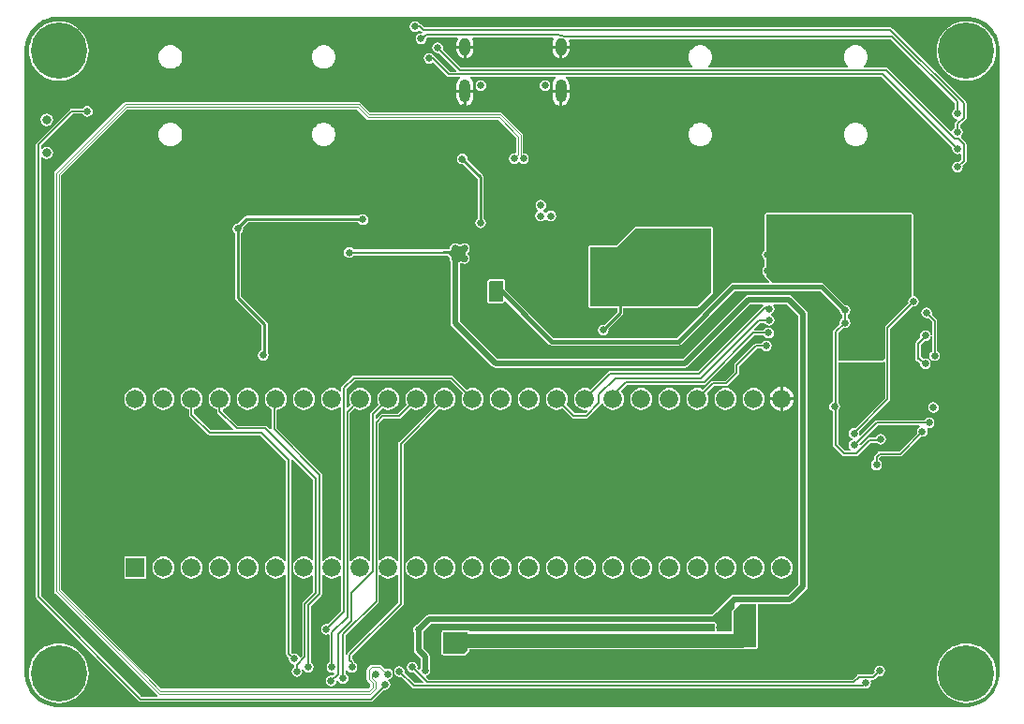
<source format=gbl>
G04*
G04 #@! TF.GenerationSoftware,Altium Limited,Altium Designer,20.0.13 (296)*
G04*
G04 Layer_Physical_Order=2*
G04 Layer_Color=16711680*
%FSLAX25Y25*%
%MOIN*%
G70*
G01*
G75*
%ADD10C,0.01000*%
%ADD11C,0.00800*%
%ADD13C,0.01500*%
%ADD17C,0.00600*%
%ADD18C,0.00500*%
%ADD96C,0.02000*%
%ADD98C,0.00400*%
%ADD100C,0.00900*%
%ADD102C,0.02559*%
%ADD103O,0.03937X0.06299*%
%ADD104O,0.03937X0.08268*%
%ADD105C,0.03150*%
%ADD106R,0.06600X0.06600*%
%ADD107C,0.06600*%
%ADD108C,0.20000*%
%ADD109C,0.05000*%
G36*
X996223Y388993D02*
X996723Y388993D01*
X997215Y388977D01*
X997484Y388968D01*
X998960Y388727D01*
X1000394Y388300D01*
X1001761Y387693D01*
X1003039Y386916D01*
X1004208Y385982D01*
X1005248Y384907D01*
X1006142Y383708D01*
X1006875Y382404D01*
X1007436Y381017D01*
X1007815Y379571D01*
X1008006Y378087D01*
Y377290D01*
X1008006Y377193D01*
X1008004Y377096D01*
X1008002Y376999D01*
X1008000Y376950D01*
Y155510D01*
X1008000Y155506D01*
X1008000Y155505D01*
X1008000Y155497D01*
Y154705D01*
X1007794Y153137D01*
X1007384Y151610D01*
X1006779Y150148D01*
X1005989Y148778D01*
X1005027Y147523D01*
X1003909Y146405D01*
X1002654Y145441D01*
X1001285Y144650D01*
X999824Y144044D01*
X998296Y143634D01*
X996728Y143426D01*
X995938Y143426D01*
X672312D01*
X670745Y143632D01*
X669217Y144042D01*
X667756Y144647D01*
X666387Y145437D01*
X665132Y146400D01*
X664014Y147518D01*
X663052Y148772D01*
X662261Y150142D01*
X661656Y151603D01*
X661247Y153130D01*
X661040Y154698D01*
Y155488D01*
Y376957D01*
Y377747D01*
X661247Y379315D01*
X661656Y380842D01*
X662260Y382302D01*
X663051Y383671D01*
X664013Y384926D01*
X665130Y386044D01*
X666384Y387006D01*
X667753Y387797D01*
X669213Y388403D01*
X670740Y388812D01*
X672307Y389019D01*
X673101Y389019D01*
X673603Y389019D01*
X996223Y388993D01*
D02*
G37*
%LPC*%
G36*
X800000Y387416D02*
X799267Y387270D01*
X798645Y386855D01*
X798230Y386233D01*
X798084Y385500D01*
X798230Y384767D01*
X798645Y384145D01*
X799267Y383730D01*
X800000Y383584D01*
X800733Y383730D01*
X801355Y384145D01*
X801812Y384190D01*
X802251Y383751D01*
X802549Y383552D01*
X802450Y383063D01*
X802180Y383116D01*
X801446Y382970D01*
X800825Y382555D01*
X800409Y381933D01*
X800263Y381200D01*
X800409Y380467D01*
X800825Y379845D01*
X801446Y379430D01*
X802180Y379284D01*
X802913Y379430D01*
X803535Y379845D01*
X803950Y380467D01*
X804096Y381200D01*
X804449Y381582D01*
X815106D01*
X815353Y381082D01*
X815257Y380958D01*
X814958Y380236D01*
X814856Y379461D01*
Y378780D01*
X817850D01*
X820844D01*
Y379461D01*
X820743Y380236D01*
X820443Y380958D01*
X820348Y381082D01*
X820594Y381582D01*
X849162D01*
X849408Y381082D01*
X849313Y380958D01*
X849014Y380236D01*
X848911Y379461D01*
Y378780D01*
X851906D01*
X854900D01*
Y379461D01*
X854798Y380236D01*
X854654Y380582D01*
X854988Y381082D01*
X969423D01*
X992082Y358423D01*
Y356147D01*
X991645Y355855D01*
X991230Y355233D01*
X991084Y354500D01*
X991230Y353767D01*
X991645Y353145D01*
X992267Y352730D01*
X992799Y352624D01*
X992993Y352111D01*
X992351Y351469D01*
X992152Y351171D01*
X992082Y350820D01*
Y349647D01*
X991645Y349355D01*
X991230Y348733D01*
X991199Y348582D01*
X990657Y348417D01*
X968425Y370649D01*
X968127Y370848D01*
X967776Y370918D01*
X959713D01*
X959678Y370958D01*
X959647Y371011D01*
X959548Y371418D01*
X960121Y371991D01*
X960155Y372072D01*
X960225Y372126D01*
X960691Y372934D01*
X960703Y373021D01*
X960756Y373090D01*
X960998Y373991D01*
X960986Y374078D01*
X961020Y374160D01*
X961020Y374626D01*
X961020Y375093D01*
X960986Y375173D01*
X960998Y375261D01*
X960756Y376162D01*
X960703Y376231D01*
X960691Y376318D01*
X960225Y377127D01*
X960155Y377180D01*
X960122Y377261D01*
X959462Y377921D01*
X959381Y377954D01*
X959328Y378024D01*
X958519Y378491D01*
X958432Y378502D01*
X958363Y378555D01*
X957462Y378797D01*
X957375Y378785D01*
X957294Y378819D01*
X956361Y378819D01*
X956279Y378786D01*
X956192Y378797D01*
X955291Y378556D01*
X955222Y378502D01*
X955135Y378491D01*
X954327Y378024D01*
X954273Y377955D01*
X954192Y377921D01*
X953532Y377261D01*
X953499Y377180D01*
X953429Y377127D01*
X952962Y376319D01*
X952951Y376232D01*
X952898Y376162D01*
X952656Y375261D01*
X952668Y375174D01*
X952634Y375093D01*
X952634Y374626D01*
X952634Y374160D01*
X952667Y374079D01*
X952656Y373992D01*
X952897Y373091D01*
X952951Y373021D01*
X952962Y372934D01*
X953429Y372126D01*
X953498Y372073D01*
X953532Y371991D01*
X954106Y371418D01*
X954007Y371013D01*
X953975Y370957D01*
X953941Y370918D01*
X904386D01*
X904351Y370958D01*
X904320Y371011D01*
X904221Y371418D01*
X904794Y371991D01*
X904828Y372072D01*
X904898Y372126D01*
X905364Y372934D01*
X905376Y373021D01*
X905429Y373090D01*
X905671Y373991D01*
X905659Y374078D01*
X905693Y374160D01*
X905693Y374626D01*
X905693Y375093D01*
X905659Y375173D01*
X905671Y375261D01*
X905429Y376162D01*
X905376Y376231D01*
X905364Y376318D01*
X904898Y377127D01*
X904828Y377180D01*
X904795Y377261D01*
X904135Y377921D01*
X904054Y377954D01*
X904000Y378024D01*
X903193Y378491D01*
X903106Y378502D01*
X903036Y378555D01*
X902135Y378797D01*
X902048Y378785D01*
X901967Y378819D01*
X901034Y378819D01*
X900953Y378786D01*
X900865Y378797D01*
X899964Y378556D01*
X899895Y378502D01*
X899808Y378491D01*
X899000Y378024D01*
X898946Y377955D01*
X898865Y377921D01*
X898205Y377261D01*
X898172Y377180D01*
X898102Y377127D01*
X897635Y376319D01*
X897624Y376232D01*
X897571Y376162D01*
X897329Y375261D01*
X897340Y375174D01*
X897307Y375093D01*
X897307Y374626D01*
X897307Y374160D01*
X897340Y374079D01*
X897329Y373992D01*
X897570Y373091D01*
X897624Y373021D01*
X897635Y372934D01*
X898102Y372126D01*
X898171Y372073D01*
X898205Y371991D01*
X898779Y371418D01*
X898680Y371013D01*
X898648Y370957D01*
X898614Y370918D01*
X816380D01*
X809914Y377384D01*
X810016Y377900D01*
X809871Y378633D01*
X809455Y379255D01*
X808833Y379671D01*
X808100Y379816D01*
X807367Y379671D01*
X806745Y379255D01*
X806330Y378633D01*
X806184Y377900D01*
X806330Y377167D01*
X806745Y376545D01*
X807367Y376130D01*
X808100Y375984D01*
X808616Y376086D01*
X814823Y369880D01*
X814631Y369418D01*
X812380D01*
X806949Y374849D01*
X806729Y374996D01*
X806355Y375555D01*
X805733Y375971D01*
X805000Y376116D01*
X804267Y375971D01*
X803645Y375555D01*
X803230Y374933D01*
X803084Y374200D01*
X803230Y373467D01*
X803645Y372845D01*
X804267Y372429D01*
X805000Y372284D01*
X805733Y372429D01*
X806355Y372845D01*
X806357Y372845D01*
X811351Y367851D01*
X811649Y367652D01*
X812000Y367582D01*
X815913D01*
X816083Y367082D01*
X815733Y366814D01*
X815257Y366194D01*
X814958Y365472D01*
X814856Y364697D01*
Y363032D01*
X817850D01*
X820844D01*
Y364697D01*
X820743Y365472D01*
X820443Y366194D01*
X819968Y366814D01*
X819618Y367082D01*
X819788Y367582D01*
X849968D01*
X850138Y367082D01*
X849788Y366814D01*
X849313Y366194D01*
X849014Y365472D01*
X848911Y364697D01*
Y363032D01*
X851906D01*
X854900D01*
Y364697D01*
X854798Y365472D01*
X854499Y366194D01*
X854023Y366814D01*
X853673Y367082D01*
X853843Y367582D01*
X966120D01*
X991186Y342516D01*
X991084Y342000D01*
X991230Y341267D01*
X991645Y340645D01*
X992267Y340230D01*
X993000Y340084D01*
X993733Y340230D01*
X993862Y340315D01*
X994362Y340048D01*
Y338160D01*
X993516Y337314D01*
X993000Y337416D01*
X992267Y337270D01*
X991645Y336855D01*
X991230Y336233D01*
X991084Y335500D01*
X991230Y334767D01*
X991645Y334145D01*
X992267Y333730D01*
X993000Y333584D01*
X993733Y333730D01*
X994355Y334145D01*
X994771Y334767D01*
X994916Y335500D01*
X994814Y336016D01*
X995928Y337131D01*
X996127Y337428D01*
X996197Y337779D01*
Y343721D01*
X996127Y344072D01*
X995928Y344369D01*
X994213Y346085D01*
X994262Y346583D01*
X994355Y346645D01*
X994771Y347267D01*
X994916Y348000D01*
X994771Y348733D01*
X994355Y349355D01*
X993918Y349647D01*
Y350440D01*
X995928Y352451D01*
X996127Y352749D01*
X996197Y353100D01*
Y358221D01*
X996127Y358572D01*
X995928Y358869D01*
X969749Y385049D01*
X969451Y385248D01*
X969100Y385318D01*
X803280D01*
X802477Y386121D01*
X802179Y386320D01*
X801828Y386390D01*
X801666D01*
X801355Y386855D01*
X800733Y387270D01*
X800000Y387416D01*
D02*
G37*
G36*
X767034Y378870D02*
X766953Y378837D01*
X766865Y378848D01*
X765964Y378607D01*
X765895Y378553D01*
X765808Y378542D01*
X765000Y378075D01*
X764946Y378006D01*
X764865Y377972D01*
X764205Y377312D01*
X764172Y377231D01*
X764102Y377178D01*
X763635Y376370D01*
X763624Y376283D01*
X763571Y376213D01*
X763329Y375312D01*
X763341Y375225D01*
X763307Y375144D01*
X763307Y374678D01*
X763307Y374211D01*
X763340Y374130D01*
X763329Y374043D01*
X763570Y373142D01*
X763624Y373072D01*
X763635Y372985D01*
X764102Y372177D01*
X764171Y372124D01*
X764205Y372042D01*
X764865Y371383D01*
X764946Y371349D01*
X764999Y371280D01*
X765807Y370813D01*
X765894Y370801D01*
X765964Y370748D01*
X766865Y370507D01*
X766952Y370518D01*
X767033Y370484D01*
X767966Y370484D01*
X768047Y370518D01*
X768134Y370506D01*
X769035Y370748D01*
X769105Y370801D01*
X769192Y370813D01*
X770000Y371279D01*
X770053Y371349D01*
X770135Y371382D01*
X770794Y372042D01*
X770828Y372123D01*
X770898Y372177D01*
X771364Y372985D01*
X771376Y373072D01*
X771429Y373141D01*
X771671Y374042D01*
X771659Y374129D01*
X771693Y374210D01*
X771693Y374677D01*
X771693Y375143D01*
X771659Y375224D01*
X771671Y375311D01*
X771429Y376213D01*
X771376Y376282D01*
X771364Y376369D01*
X770898Y377178D01*
X770828Y377231D01*
X770795Y377312D01*
X770135Y377972D01*
X770054Y378005D01*
X770001Y378075D01*
X769193Y378542D01*
X769105Y378553D01*
X769036Y378606D01*
X768135Y378848D01*
X768048Y378836D01*
X767967Y378870D01*
X767034Y378870D01*
D02*
G37*
G36*
X712534D02*
X712453Y378837D01*
X712365Y378848D01*
X711464Y378607D01*
X711395Y378553D01*
X711308Y378542D01*
X710500Y378075D01*
X710446Y378006D01*
X710365Y377972D01*
X709705Y377312D01*
X709672Y377231D01*
X709602Y377178D01*
X709135Y376370D01*
X709124Y376283D01*
X709071Y376213D01*
X708829Y375312D01*
X708841Y375225D01*
X708807Y375144D01*
X708807Y374678D01*
X708807Y374211D01*
X708840Y374130D01*
X708829Y374043D01*
X709070Y373142D01*
X709124Y373072D01*
X709135Y372985D01*
X709602Y372177D01*
X709671Y372124D01*
X709705Y372042D01*
X710365Y371383D01*
X710446Y371349D01*
X710499Y371280D01*
X711307Y370813D01*
X711394Y370801D01*
X711464Y370748D01*
X712365Y370507D01*
X712452Y370518D01*
X712533Y370484D01*
X713466Y370484D01*
X713547Y370518D01*
X713634Y370506D01*
X714535Y370748D01*
X714605Y370801D01*
X714692Y370813D01*
X715500Y371279D01*
X715554Y371349D01*
X715635Y371382D01*
X716294Y372042D01*
X716328Y372123D01*
X716398Y372177D01*
X716864Y372985D01*
X716876Y373072D01*
X716929Y373141D01*
X717171Y374042D01*
X717159Y374129D01*
X717193Y374210D01*
X717193Y374677D01*
X717193Y375143D01*
X717159Y375224D01*
X717171Y375311D01*
X716929Y376213D01*
X716876Y376282D01*
X716864Y376369D01*
X716398Y377178D01*
X716328Y377231D01*
X716295Y377312D01*
X715635Y377972D01*
X715554Y378005D01*
X715500Y378075D01*
X714693Y378542D01*
X714606Y378553D01*
X714536Y378606D01*
X713635Y378848D01*
X713548Y378836D01*
X713467Y378870D01*
X712534Y378870D01*
D02*
G37*
G36*
X854900Y377780D02*
X852406D01*
Y374170D01*
X852680Y374206D01*
X853403Y374505D01*
X854023Y374981D01*
X854499Y375601D01*
X854798Y376324D01*
X854900Y377098D01*
Y377780D01*
D02*
G37*
G36*
X820844D02*
X818350D01*
Y374170D01*
X818625Y374206D01*
X819347Y374505D01*
X819968Y374981D01*
X820443Y375601D01*
X820743Y376324D01*
X820844Y377098D01*
Y377780D01*
D02*
G37*
G36*
X851406D02*
X848911D01*
Y377098D01*
X849014Y376324D01*
X849313Y375601D01*
X849788Y374981D01*
X850408Y374505D01*
X851131Y374206D01*
X851406Y374170D01*
Y377780D01*
D02*
G37*
G36*
X817350D02*
X814856D01*
Y377098D01*
X814958Y376324D01*
X815257Y375601D01*
X815733Y374981D01*
X816353Y374505D01*
X817076Y374206D01*
X817350Y374170D01*
Y377780D01*
D02*
G37*
G36*
X996171Y387437D02*
X994507Y387306D01*
X992885Y386917D01*
X991343Y386278D01*
X989921Y385407D01*
X988652Y384323D01*
X987569Y383054D01*
X986697Y381632D01*
X986058Y380090D01*
X985669Y378468D01*
X985538Y376804D01*
X985669Y375141D01*
X986058Y373519D01*
X986697Y371977D01*
X987569Y370555D01*
X988652Y369286D01*
X989921Y368202D01*
X991343Y367331D01*
X992885Y366692D01*
X994507Y366303D01*
X996171Y366172D01*
X997834Y366303D01*
X999456Y366692D01*
X1000998Y367331D01*
X1002421Y368202D01*
X1003689Y369286D01*
X1004773Y370555D01*
X1005645Y371977D01*
X1006283Y373519D01*
X1006672Y375141D01*
X1006803Y376804D01*
X1006672Y378468D01*
X1006283Y380090D01*
X1005645Y381632D01*
X1004773Y383054D01*
X1003689Y384323D01*
X1002421Y385407D01*
X1000998Y386278D01*
X999456Y386917D01*
X997834Y387306D01*
X996171Y387437D01*
D02*
G37*
G36*
X673336D02*
X671673Y387306D01*
X670050Y386917D01*
X668509Y386278D01*
X667086Y385407D01*
X665817Y384323D01*
X664734Y383054D01*
X663862Y381632D01*
X663224Y380090D01*
X662834Y378468D01*
X662703Y376804D01*
X662834Y375141D01*
X663224Y373519D01*
X663862Y371977D01*
X664734Y370555D01*
X665817Y369286D01*
X667086Y368202D01*
X668509Y367331D01*
X670050Y366692D01*
X671673Y366303D01*
X673336Y366172D01*
X674999Y366303D01*
X676622Y366692D01*
X678163Y367331D01*
X679586Y368202D01*
X680855Y369286D01*
X681938Y370555D01*
X682810Y371977D01*
X683448Y373519D01*
X683838Y375141D01*
X683969Y376804D01*
X683838Y378468D01*
X683448Y380090D01*
X682810Y381632D01*
X681938Y383054D01*
X680855Y384323D01*
X679586Y385407D01*
X678163Y386278D01*
X676622Y386917D01*
X674999Y387306D01*
X673336Y387437D01*
D02*
G37*
G36*
X846256Y366416D02*
X845523Y366270D01*
X844901Y365855D01*
X844485Y365233D01*
X844340Y364500D01*
X844485Y363767D01*
X844901Y363145D01*
X845523Y362730D01*
X846256Y362584D01*
X846989Y362730D01*
X847611Y363145D01*
X848026Y363767D01*
X848172Y364500D01*
X848026Y365233D01*
X847611Y365855D01*
X846989Y366270D01*
X846256Y366416D01*
D02*
G37*
G36*
X823500D02*
X822767Y366270D01*
X822145Y365855D01*
X821729Y365233D01*
X821584Y364500D01*
X821729Y363767D01*
X822145Y363145D01*
X822767Y362730D01*
X823500Y362584D01*
X824233Y362730D01*
X824855Y363145D01*
X825270Y363767D01*
X825416Y364500D01*
X825270Y365233D01*
X824855Y365855D01*
X824233Y366270D01*
X823500Y366416D01*
D02*
G37*
G36*
X780207Y358609D02*
X780207Y358609D01*
X696879D01*
X696879Y358609D01*
X696566Y358546D01*
X696302Y358370D01*
X696302Y358370D01*
X671796Y333864D01*
X671619Y333599D01*
X671557Y333287D01*
X671557Y333287D01*
Y184613D01*
X671557Y184613D01*
X671619Y184301D01*
X671796Y184036D01*
X701616Y154216D01*
X701616Y154216D01*
X708366Y147467D01*
X708365Y147456D01*
X708213Y146967D01*
X702759D01*
X666867Y182859D01*
Y338878D01*
X667367Y339030D01*
X667432Y338932D01*
X668151Y338451D01*
X669000Y338283D01*
X669849Y338451D01*
X670568Y338932D01*
X671049Y339651D01*
X671217Y340500D01*
X671049Y341349D01*
X670568Y342068D01*
X669849Y342549D01*
X669000Y342717D01*
X668151Y342549D01*
X667432Y342068D01*
X667367Y341970D01*
X666867Y342122D01*
Y343141D01*
X678217Y354492D01*
X681771D01*
X682098Y354003D01*
X682719Y353588D01*
X683453Y353442D01*
X684186Y353588D01*
X684808Y354003D01*
X685223Y354625D01*
X685369Y355358D01*
X685223Y356092D01*
X684808Y356713D01*
X684186Y357129D01*
X683453Y357275D01*
X682719Y357129D01*
X682098Y356713D01*
X681771Y356225D01*
X677858D01*
X677527Y356159D01*
X677246Y355971D01*
X665387Y344113D01*
X665199Y343832D01*
X665133Y343500D01*
Y182500D01*
X665199Y182168D01*
X665387Y181887D01*
X701787Y145487D01*
X702068Y145299D01*
X702400Y145233D01*
X784501D01*
X784832Y145299D01*
X785113Y145487D01*
X789058Y149432D01*
X789300Y149384D01*
X790033Y149530D01*
X790655Y149945D01*
X791071Y150567D01*
X791216Y151300D01*
X791071Y152033D01*
X790655Y152655D01*
X790513Y152750D01*
X790619Y153281D01*
X790933Y153343D01*
X791555Y153759D01*
X791970Y154381D01*
X792116Y155114D01*
X791970Y155847D01*
X791555Y156469D01*
X790933Y156884D01*
X790200Y157030D01*
X789467Y156884D01*
X789348Y156805D01*
X787997Y158156D01*
X787733Y158333D01*
X787421Y158395D01*
X787420Y158395D01*
X784680D01*
X784680Y158395D01*
X784367Y158333D01*
X784103Y158156D01*
X784103Y158156D01*
X783044Y157097D01*
X782867Y156833D01*
X782805Y156520D01*
X782805Y156520D01*
Y153192D01*
X782805Y153192D01*
X782867Y152880D01*
X783044Y152615D01*
X784077Y151582D01*
Y150545D01*
X783389Y149857D01*
X709697D01*
X704184Y155370D01*
X704184Y155370D01*
X704184Y155370D01*
X674189Y185365D01*
Y332535D01*
X697631Y355977D01*
X779455D01*
X782809Y352623D01*
X782809Y352623D01*
X783074Y352446D01*
X783386Y352384D01*
X829562D01*
X835884Y346062D01*
Y340714D01*
X835498Y340397D01*
X835400Y340416D01*
X834667Y340270D01*
X834045Y339855D01*
X833630Y339233D01*
X833484Y338500D01*
X833630Y337767D01*
X834045Y337145D01*
X834667Y336730D01*
X835400Y336584D01*
X836133Y336730D01*
X836755Y337145D01*
X837245D01*
X837867Y336730D01*
X838600Y336584D01*
X839333Y336730D01*
X839955Y337145D01*
X840370Y337767D01*
X840516Y338500D01*
X840370Y339233D01*
X839955Y339855D01*
X839333Y340270D01*
X838600Y340416D01*
X838516Y340486D01*
Y346814D01*
X838454Y347126D01*
X838277Y347391D01*
X838277Y347391D01*
X830891Y354777D01*
X830626Y354954D01*
X830314Y355016D01*
X830314Y355016D01*
X784138D01*
X781077Y358077D01*
X780784Y358370D01*
X780519Y358546D01*
X780207Y358609D01*
D02*
G37*
G36*
X854900Y362032D02*
X852406D01*
Y357438D01*
X852680Y357474D01*
X853403Y357773D01*
X854023Y358249D01*
X854499Y358869D01*
X854798Y359591D01*
X854900Y360366D01*
Y362032D01*
D02*
G37*
G36*
X820844D02*
X818350D01*
Y357438D01*
X818625Y357474D01*
X819347Y357773D01*
X819968Y358249D01*
X820443Y358869D01*
X820743Y359591D01*
X820844Y360366D01*
Y362032D01*
D02*
G37*
G36*
X851406D02*
X848911D01*
Y360366D01*
X849014Y359591D01*
X849313Y358869D01*
X849788Y358249D01*
X850408Y357773D01*
X851131Y357474D01*
X851406Y357438D01*
Y362032D01*
D02*
G37*
G36*
X817350D02*
X814856D01*
Y360366D01*
X814958Y359591D01*
X815257Y358869D01*
X815733Y358249D01*
X816353Y357773D01*
X817076Y357474D01*
X817350Y357438D01*
Y362032D01*
D02*
G37*
G36*
X767034Y351311D02*
X766953Y351278D01*
X766865Y351289D01*
X765964Y351048D01*
X765895Y350994D01*
X765808Y350983D01*
X765000Y350516D01*
X764946Y350447D01*
X764865Y350413D01*
X764205Y349753D01*
X764172Y349672D01*
X764102Y349619D01*
X763635Y348811D01*
X763624Y348724D01*
X763571Y348654D01*
X763329Y347753D01*
X763341Y347666D01*
X763307Y347585D01*
X763307Y347119D01*
X763307Y346652D01*
X763340Y346571D01*
X763329Y346484D01*
X763570Y345583D01*
X763624Y345513D01*
X763635Y345426D01*
X764102Y344618D01*
X764171Y344565D01*
X764205Y344483D01*
X764865Y343824D01*
X764946Y343790D01*
X764999Y343721D01*
X765807Y343254D01*
X765894Y343243D01*
X765964Y343189D01*
X766865Y342948D01*
X766952Y342959D01*
X767033Y342925D01*
X767966Y342925D01*
X768047Y342959D01*
X768134Y342947D01*
X769035Y343189D01*
X769105Y343242D01*
X769192Y343254D01*
X770000Y343720D01*
X770053Y343790D01*
X770135Y343823D01*
X770794Y344483D01*
X770828Y344564D01*
X770898Y344618D01*
X771364Y345426D01*
X771376Y345513D01*
X771429Y345582D01*
X771671Y346483D01*
X771659Y346570D01*
X771693Y346652D01*
X771693Y347118D01*
X771693Y347585D01*
X771659Y347666D01*
X771671Y347753D01*
X771429Y348654D01*
X771376Y348723D01*
X771364Y348810D01*
X770898Y349619D01*
X770828Y349672D01*
X770795Y349753D01*
X770135Y350413D01*
X770054Y350446D01*
X770001Y350516D01*
X769193Y350983D01*
X769105Y350994D01*
X769036Y351047D01*
X768135Y351289D01*
X768048Y351277D01*
X767967Y351311D01*
X767034Y351311D01*
D02*
G37*
G36*
X712534D02*
X712453Y351278D01*
X712365Y351289D01*
X711464Y351048D01*
X711395Y350994D01*
X711308Y350983D01*
X710500Y350516D01*
X710446Y350447D01*
X710365Y350413D01*
X709705Y349753D01*
X709672Y349672D01*
X709602Y349619D01*
X709135Y348811D01*
X709124Y348724D01*
X709071Y348654D01*
X708829Y347753D01*
X708841Y347666D01*
X708807Y347585D01*
X708807Y347119D01*
X708807Y346652D01*
X708840Y346571D01*
X708829Y346484D01*
X709070Y345583D01*
X709124Y345513D01*
X709135Y345426D01*
X709602Y344618D01*
X709671Y344565D01*
X709705Y344483D01*
X710365Y343824D01*
X710446Y343790D01*
X710499Y343721D01*
X711307Y343254D01*
X711394Y343243D01*
X711464Y343189D01*
X712365Y342948D01*
X712452Y342959D01*
X712533Y342925D01*
X713466Y342925D01*
X713547Y342959D01*
X713634Y342947D01*
X714535Y343189D01*
X714605Y343242D01*
X714692Y343254D01*
X715500Y343720D01*
X715554Y343790D01*
X715635Y343823D01*
X716294Y344483D01*
X716328Y344564D01*
X716398Y344618D01*
X716864Y345426D01*
X716876Y345513D01*
X716929Y345582D01*
X717171Y346483D01*
X717159Y346570D01*
X717193Y346652D01*
X717193Y347118D01*
X717193Y347585D01*
X717159Y347666D01*
X717171Y347753D01*
X716929Y348654D01*
X716876Y348723D01*
X716864Y348810D01*
X716398Y349619D01*
X716328Y349672D01*
X716295Y349753D01*
X715635Y350413D01*
X715554Y350446D01*
X715500Y350516D01*
X714693Y350983D01*
X714606Y350994D01*
X714536Y351047D01*
X713635Y351289D01*
X713548Y351277D01*
X713467Y351311D01*
X712534Y351311D01*
D02*
G37*
G36*
X956361Y351260D02*
X956279Y351227D01*
X956192Y351238D01*
X955291Y350997D01*
X955222Y350943D01*
X955135Y350932D01*
X954327Y350465D01*
X954273Y350396D01*
X954192Y350362D01*
X953532Y349702D01*
X953499Y349621D01*
X953429Y349568D01*
X952962Y348760D01*
X952951Y348673D01*
X952898Y348603D01*
X952656Y347702D01*
X952668Y347615D01*
X952634Y347534D01*
X952634Y347067D01*
X952634Y346601D01*
X952667Y346520D01*
X952656Y346433D01*
X952897Y345532D01*
X952951Y345462D01*
X952962Y345375D01*
X953429Y344567D01*
X953498Y344514D01*
X953532Y344432D01*
X954192Y343773D01*
X954273Y343739D01*
X954326Y343670D01*
X955134Y343203D01*
X955221Y343192D01*
X955291Y343138D01*
X956192Y342897D01*
X956279Y342908D01*
X956360Y342874D01*
X957293Y342874D01*
X957374Y342908D01*
X957461Y342896D01*
X958362Y343138D01*
X958432Y343191D01*
X958519Y343203D01*
X959327Y343669D01*
X959381Y343739D01*
X959462Y343772D01*
X960121Y344432D01*
X960155Y344513D01*
X960225Y344566D01*
X960691Y345374D01*
X960703Y345462D01*
X960756Y345531D01*
X960998Y346432D01*
X960986Y346519D01*
X961020Y346601D01*
X961020Y347067D01*
X961020Y347533D01*
X960986Y347615D01*
X960998Y347702D01*
X960756Y348603D01*
X960703Y348672D01*
X960691Y348759D01*
X960225Y349568D01*
X960155Y349621D01*
X960122Y349702D01*
X959462Y350362D01*
X959381Y350395D01*
X959328Y350465D01*
X958519Y350932D01*
X958432Y350943D01*
X958363Y350996D01*
X957462Y351238D01*
X957375Y351226D01*
X957294Y351260D01*
X956361Y351260D01*
D02*
G37*
G36*
X901034D02*
X900953Y351227D01*
X900865Y351238D01*
X899964Y350997D01*
X899895Y350943D01*
X899808Y350932D01*
X899000Y350465D01*
X898946Y350396D01*
X898865Y350362D01*
X898205Y349702D01*
X898172Y349621D01*
X898102Y349568D01*
X897635Y348760D01*
X897624Y348673D01*
X897571Y348603D01*
X897329Y347702D01*
X897340Y347615D01*
X897307Y347534D01*
X897307Y347067D01*
X897307Y346601D01*
X897340Y346520D01*
X897329Y346433D01*
X897570Y345532D01*
X897624Y345462D01*
X897635Y345375D01*
X898102Y344567D01*
X898171Y344514D01*
X898205Y344432D01*
X898865Y343773D01*
X898946Y343739D01*
X898999Y343670D01*
X899807Y343203D01*
X899894Y343192D01*
X899964Y343138D01*
X900865Y342897D01*
X900952Y342908D01*
X901033Y342874D01*
X901966Y342874D01*
X902047Y342908D01*
X902134Y342896D01*
X903035Y343138D01*
X903105Y343191D01*
X903192Y343203D01*
X904000Y343669D01*
X904053Y343739D01*
X904135Y343772D01*
X904794Y344432D01*
X904828Y344513D01*
X904898Y344566D01*
X905364Y345374D01*
X905376Y345462D01*
X905429Y345531D01*
X905671Y346432D01*
X905659Y346519D01*
X905693Y346601D01*
X905693Y347067D01*
X905693Y347533D01*
X905659Y347615D01*
X905671Y347702D01*
X905429Y348603D01*
X905376Y348672D01*
X905364Y348759D01*
X904898Y349568D01*
X904828Y349621D01*
X904795Y349702D01*
X904135Y350362D01*
X904054Y350395D01*
X904000Y350465D01*
X903193Y350932D01*
X903106Y350943D01*
X903036Y350996D01*
X902135Y351238D01*
X902048Y351226D01*
X901967Y351260D01*
X901034Y351260D01*
D02*
G37*
G36*
X669000Y354528D02*
X668151Y354360D01*
X667432Y353879D01*
X666951Y353160D01*
X666783Y352311D01*
X666951Y351462D01*
X667432Y350743D01*
X668151Y350262D01*
X669000Y350094D01*
X669849Y350262D01*
X670568Y350743D01*
X671049Y351462D01*
X671217Y352311D01*
X671049Y353160D01*
X670568Y353879D01*
X669849Y354360D01*
X669000Y354528D01*
D02*
G37*
G36*
X844800Y323816D02*
X844067Y323671D01*
X843445Y323255D01*
X843029Y322633D01*
X842884Y321900D01*
X843029Y321167D01*
X843445Y320545D01*
X843795Y320311D01*
X843799Y320301D01*
X843760Y319733D01*
X843345Y319455D01*
X842929Y318833D01*
X842784Y318100D01*
X842929Y317367D01*
X843345Y316745D01*
X843967Y316330D01*
X844700Y316184D01*
X845433Y316330D01*
X846055Y316745D01*
X846249Y317036D01*
X846851D01*
X847045Y316745D01*
X847667Y316330D01*
X848400Y316184D01*
X849133Y316330D01*
X849755Y316745D01*
X850171Y317367D01*
X850316Y318100D01*
X850171Y318833D01*
X849755Y319455D01*
X849133Y319870D01*
X848400Y320016D01*
X847667Y319870D01*
X847045Y319455D01*
X846851Y319164D01*
X846249D01*
X846055Y319455D01*
X845705Y319689D01*
X845701Y319699D01*
X845739Y320267D01*
X846155Y320545D01*
X846570Y321167D01*
X846716Y321900D01*
X846570Y322633D01*
X846155Y323255D01*
X845533Y323671D01*
X844800Y323816D01*
D02*
G37*
G36*
X781500Y318716D02*
X780767Y318570D01*
X780145Y318155D01*
X780123Y318122D01*
X740100D01*
X739671Y318036D01*
X739307Y317793D01*
X739307Y317793D01*
X736913Y315399D01*
X736267Y315270D01*
X735645Y314855D01*
X735229Y314233D01*
X735084Y313500D01*
X735229Y312767D01*
X735645Y312145D01*
X735878Y311989D01*
Y289000D01*
X735878Y289000D01*
X735964Y288571D01*
X736207Y288207D01*
X745378Y279035D01*
Y270293D01*
X745267Y270270D01*
X744645Y269855D01*
X744230Y269233D01*
X744084Y268500D01*
X744230Y267767D01*
X744645Y267145D01*
X745267Y266729D01*
X746000Y266584D01*
X746733Y266729D01*
X747355Y267145D01*
X747771Y267767D01*
X747916Y268500D01*
X747771Y269233D01*
X747559Y269550D01*
X747622Y269865D01*
Y279500D01*
X747622Y279500D01*
X747536Y279929D01*
X747293Y280293D01*
X747293Y280293D01*
X738122Y289465D01*
Y311989D01*
X738355Y312145D01*
X738770Y312767D01*
X738916Y313500D01*
X738795Y314109D01*
X740565Y315879D01*
X779855D01*
X780145Y315445D01*
X780767Y315030D01*
X781500Y314884D01*
X782233Y315030D01*
X782855Y315445D01*
X783271Y316067D01*
X783416Y316800D01*
X783271Y317533D01*
X782855Y318155D01*
X782233Y318570D01*
X781500Y318716D01*
D02*
G37*
G36*
X816800Y340316D02*
X816067Y340171D01*
X815445Y339755D01*
X815030Y339133D01*
X814884Y338400D01*
X815030Y337667D01*
X815445Y337045D01*
X816067Y336630D01*
X816800Y336484D01*
X817075Y336538D01*
X822278Y331335D01*
Y317111D01*
X822045Y316955D01*
X821630Y316333D01*
X821484Y315600D01*
X821630Y314867D01*
X822045Y314245D01*
X822667Y313829D01*
X823400Y313684D01*
X824133Y313829D01*
X824755Y314245D01*
X825171Y314867D01*
X825316Y315600D01*
X825171Y316333D01*
X824755Y316955D01*
X824522Y317111D01*
Y331800D01*
X824522Y331800D01*
X824436Y332229D01*
X824193Y332593D01*
X818662Y338125D01*
X818716Y338400D01*
X818571Y339133D01*
X818155Y339755D01*
X817533Y340171D01*
X816800Y340316D01*
D02*
G37*
G36*
X817600Y308416D02*
X816867Y308271D01*
X816245Y307855D01*
X816200Y307788D01*
X815700D01*
X815655Y307855D01*
X815033Y308271D01*
X814300Y308416D01*
X813567Y308271D01*
X812945Y307855D01*
X812529Y307233D01*
X812398Y306570D01*
X812328Y306451D01*
X811950Y306120D01*
X778179D01*
X777955Y306455D01*
X777333Y306871D01*
X776600Y307016D01*
X775867Y306871D01*
X775245Y306455D01*
X774829Y305833D01*
X774684Y305100D01*
X774829Y304367D01*
X775245Y303745D01*
X775867Y303329D01*
X776600Y303184D01*
X777333Y303329D01*
X777955Y303745D01*
X778179Y304080D01*
X811678D01*
X812462Y303296D01*
X812384Y302900D01*
X812529Y302167D01*
X812669Y301958D01*
Y280000D01*
X812793Y279376D01*
X813146Y278847D01*
X827446Y264546D01*
X827976Y264193D01*
X828600Y264069D01*
X896000D01*
X896624Y264193D01*
X897153Y264546D01*
X919376Y286769D01*
X923817D01*
X923971Y286292D01*
X923971Y286269D01*
X900620Y262918D01*
X869500D01*
X869149Y262848D01*
X868851Y262649D01*
X862547Y256345D01*
X862467Y256407D01*
X861518Y256800D01*
X860500Y256934D01*
X859482Y256800D01*
X858533Y256407D01*
X857718Y255782D01*
X857093Y254967D01*
X856700Y254018D01*
X856566Y253000D01*
X856700Y251982D01*
X857093Y251033D01*
X857718Y250219D01*
X858533Y249593D01*
X859482Y249200D01*
X860500Y249066D01*
X861147Y249151D01*
X861380Y248678D01*
X860620Y247918D01*
X856880D01*
X853845Y250953D01*
X853907Y251033D01*
X854300Y251982D01*
X854434Y253000D01*
X854300Y254018D01*
X853907Y254967D01*
X853281Y255782D01*
X852467Y256407D01*
X851518Y256800D01*
X850500Y256934D01*
X849482Y256800D01*
X848533Y256407D01*
X847719Y255782D01*
X847093Y254967D01*
X846700Y254018D01*
X846566Y253000D01*
X846700Y251982D01*
X847093Y251033D01*
X847719Y250219D01*
X848533Y249593D01*
X849482Y249200D01*
X850500Y249066D01*
X851518Y249200D01*
X852467Y249593D01*
X852547Y249655D01*
X855851Y246351D01*
X856149Y246152D01*
X856500Y246082D01*
X861000D01*
X861351Y246152D01*
X861649Y246351D01*
X866149Y250851D01*
X866348Y251149D01*
X866399Y251404D01*
X866672Y251489D01*
X866909Y251479D01*
X867093Y251033D01*
X867719Y250219D01*
X868533Y249593D01*
X869482Y249200D01*
X870500Y249066D01*
X871518Y249200D01*
X872467Y249593D01*
X873281Y250219D01*
X873907Y251033D01*
X874300Y251982D01*
X874434Y253000D01*
X874300Y254018D01*
X873907Y254967D01*
X873281Y255782D01*
X873274Y255891D01*
X875466Y258082D01*
X903000D01*
X903351Y258152D01*
X903649Y258351D01*
X920836Y275538D01*
X924171D01*
X924463Y275101D01*
X925084Y274685D01*
X925818Y274539D01*
X926551Y274685D01*
X927173Y275101D01*
X927588Y275722D01*
X927734Y276456D01*
X927588Y277189D01*
X927173Y277811D01*
X926551Y278226D01*
X925818Y278372D01*
X925084Y278226D01*
X924463Y277811D01*
X924171Y277373D01*
X920863D01*
X920656Y277873D01*
X922865Y280082D01*
X924353D01*
X924645Y279645D01*
X925267Y279229D01*
X926000Y279084D01*
X926733Y279229D01*
X927355Y279645D01*
X927771Y280267D01*
X927916Y281000D01*
X927771Y281733D01*
X927355Y282355D01*
X926768Y282747D01*
X926739Y283010D01*
X926768Y283273D01*
X927355Y283665D01*
X927771Y284287D01*
X927916Y285020D01*
X927771Y285754D01*
X927427Y286269D01*
X927598Y286769D01*
X932224D01*
X936469Y282524D01*
Y187047D01*
X932753Y183331D01*
X913600D01*
X912976Y183207D01*
X912446Y182853D01*
X905724Y176131D01*
X804882D01*
X804257Y176007D01*
X803728Y175654D01*
X800803Y172728D01*
X800558Y172680D01*
X799936Y172264D01*
X799520Y171642D01*
X799374Y170909D01*
X799520Y170176D01*
X799660Y169967D01*
Y163709D01*
X799784Y163085D01*
X800137Y162556D01*
X801969Y160724D01*
Y157242D01*
X801830Y157033D01*
X801770Y156735D01*
X801228Y156570D01*
X800814Y156984D01*
X800916Y157500D01*
X800770Y158233D01*
X800355Y158855D01*
X799733Y159271D01*
X799000Y159416D01*
X798267Y159271D01*
X797645Y158855D01*
X797229Y158233D01*
X797084Y157500D01*
X797229Y156767D01*
X797645Y156145D01*
X798267Y155729D01*
X799000Y155584D01*
X799516Y155686D01*
X802902Y152300D01*
X802711Y151838D01*
X799960D01*
X796314Y155484D01*
X796416Y156000D01*
X796271Y156733D01*
X795855Y157355D01*
X795233Y157771D01*
X794500Y157916D01*
X793767Y157771D01*
X793145Y157355D01*
X792730Y156733D01*
X792584Y156000D01*
X792730Y155267D01*
X793145Y154645D01*
X793767Y154229D01*
X794500Y154084D01*
X795016Y154186D01*
X798931Y150272D01*
X799228Y150073D01*
X799579Y150003D01*
X959420D01*
X959564Y150031D01*
X959567Y150030D01*
X960300Y149884D01*
X961033Y150030D01*
X961655Y150445D01*
X962070Y151067D01*
X962216Y151800D01*
X962070Y152533D01*
X962012Y152621D01*
X962248Y153062D01*
X963179D01*
X963531Y153132D01*
X963828Y153331D01*
X964884Y154386D01*
X965400Y154284D01*
X966133Y154429D01*
X966755Y154845D01*
X967171Y155467D01*
X967316Y156200D01*
X967171Y156933D01*
X966755Y157555D01*
X966133Y157970D01*
X965400Y158116D01*
X964667Y157970D01*
X964045Y157555D01*
X963630Y156933D01*
X963484Y156200D01*
X963586Y155684D01*
X962799Y154897D01*
X957880D01*
X957528Y154827D01*
X957231Y154628D01*
X955640Y153038D01*
X804760D01*
X803870Y153928D01*
X804035Y154470D01*
X804333Y154530D01*
X804955Y154945D01*
X805371Y155567D01*
X805516Y156300D01*
X805371Y157033D01*
X805231Y157242D01*
Y161400D01*
X805107Y162024D01*
X804753Y162554D01*
X802922Y164385D01*
Y169967D01*
X803061Y170176D01*
X803110Y170421D01*
X805558Y172869D01*
X906553D01*
X906820Y172369D01*
X906730Y172233D01*
X906584Y171500D01*
X906730Y170767D01*
X906818Y170634D01*
X906551Y170134D01*
X819436D01*
X819259Y170559D01*
X818800Y170749D01*
X810100D01*
X809878Y170657D01*
X809653Y170571D01*
X809649Y170563D01*
X809641Y170559D01*
X809549Y170337D01*
X809451Y170117D01*
X809260Y162775D01*
X809262Y162771D01*
X809260Y162767D01*
X809351Y162539D01*
X809438Y162311D01*
X809443Y162309D01*
X809444Y162305D01*
X809793Y161947D01*
X809797Y161945D01*
X809799Y161941D01*
X810025Y161847D01*
X810250Y161751D01*
X810254Y161752D01*
X810258Y161751D01*
X817600D01*
X818059Y161941D01*
X819259Y163141D01*
X819449Y163600D01*
Y163880D01*
X916107D01*
X916641Y163951D01*
X921500D01*
X921959Y164141D01*
X922149Y164600D01*
Y180069D01*
X933428D01*
X934053Y180193D01*
X934582Y180546D01*
X939254Y185218D01*
X939607Y185747D01*
X939731Y186372D01*
Y283200D01*
X939607Y283824D01*
X939254Y284353D01*
X934054Y289553D01*
X933524Y289907D01*
X932900Y290031D01*
X918700D01*
X918076Y289907D01*
X917546Y289553D01*
X895324Y267331D01*
X829276D01*
X815931Y280676D01*
Y301183D01*
X816431Y301420D01*
X816867Y301130D01*
X817600Y300984D01*
X818333Y301130D01*
X818955Y301545D01*
X819370Y302167D01*
X819516Y302900D01*
X819370Y303633D01*
X818955Y304255D01*
X818739Y304399D01*
Y305001D01*
X818955Y305145D01*
X819370Y305767D01*
X819516Y306500D01*
X819370Y307233D01*
X818955Y307855D01*
X818333Y308271D01*
X817600Y308416D01*
D02*
G37*
G36*
X905500Y314149D02*
X878500D01*
X878041Y313959D01*
X871731Y307649D01*
X862500D01*
X862041Y307459D01*
X861851Y307000D01*
Y286000D01*
X862041Y285541D01*
X862500Y285351D01*
X871971D01*
Y283985D01*
X867336Y279350D01*
X867000Y279416D01*
X866267Y279271D01*
X865645Y278855D01*
X865230Y278233D01*
X865084Y277500D01*
X865230Y276767D01*
X865645Y276145D01*
X866267Y275729D01*
X867000Y275584D01*
X867733Y275729D01*
X868355Y276145D01*
X868771Y276767D01*
X868916Y277500D01*
X868850Y277836D01*
X873798Y282784D01*
X874030Y283132D01*
X874112Y283541D01*
Y285351D01*
X900500D01*
X900959Y285541D01*
X905959Y290541D01*
X906149Y291000D01*
Y313500D01*
X905959Y313959D01*
X905500Y314149D01*
D02*
G37*
G36*
X982054Y285516D02*
X981320Y285370D01*
X980698Y284955D01*
X980283Y284333D01*
X980137Y283600D01*
X980283Y282867D01*
X980698Y282245D01*
X981320Y281830D01*
X982054Y281684D01*
X982570Y281786D01*
X983982Y280374D01*
Y275701D01*
X983482Y275652D01*
X983449Y275820D01*
X983367Y276233D01*
X982951Y276855D01*
X982330Y277271D01*
X981596Y277416D01*
X980863Y277271D01*
X980241Y276855D01*
X979826Y276233D01*
X979680Y275500D01*
X979820Y274798D01*
X978379Y273357D01*
X978158Y273026D01*
X978080Y272636D01*
Y267300D01*
X978158Y266910D01*
X978379Y266579D01*
X978710Y266358D01*
X978983Y266304D01*
X979698Y265589D01*
X979680Y265500D01*
X979826Y264767D01*
X980241Y264145D01*
X980863Y263730D01*
X981596Y263584D01*
X982330Y263730D01*
X982951Y264145D01*
X983367Y264767D01*
X983513Y265500D01*
X983367Y266233D01*
X982951Y266855D01*
X982330Y267270D01*
X981596Y267416D01*
X980894Y267277D01*
X980149Y268021D01*
X980120Y268041D01*
Y272214D01*
X981507Y273601D01*
X981596Y273584D01*
X982330Y273729D01*
X982951Y274145D01*
X983367Y274767D01*
X983449Y275180D01*
X983482Y275348D01*
X983982Y275299D01*
Y270047D01*
X983545Y269755D01*
X983130Y269133D01*
X982984Y268400D01*
X983130Y267667D01*
X983545Y267045D01*
X984167Y266630D01*
X984900Y266484D01*
X985633Y266630D01*
X986255Y267045D01*
X986670Y267667D01*
X986816Y268400D01*
X986670Y269133D01*
X986255Y269755D01*
X985818Y270047D01*
Y280754D01*
X985748Y281105D01*
X985549Y281402D01*
X983867Y283084D01*
X983970Y283600D01*
X983824Y284333D01*
X983409Y284955D01*
X982787Y285370D01*
X982054Y285516D01*
D02*
G37*
G36*
X976600Y319249D02*
X925000D01*
X924541Y319059D01*
X924351Y318600D01*
Y305859D01*
X924045Y305655D01*
X923629Y305033D01*
X923484Y304300D01*
X923629Y303567D01*
X924045Y302945D01*
X924351Y302741D01*
Y299992D01*
X924145Y299855D01*
X923730Y299233D01*
X923584Y298500D01*
X923730Y297767D01*
X924145Y297145D01*
X924351Y297007D01*
Y296700D01*
X924541Y296241D01*
X926143Y294638D01*
X925952Y294177D01*
X913000D01*
X912473Y294072D01*
X912027Y293773D01*
X912027Y293773D01*
X893030Y274777D01*
X849170D01*
X832149Y291797D01*
Y294900D01*
X831959Y295359D01*
X831500Y295549D01*
X826556D01*
X826554Y295549D01*
X826552Y295549D01*
X826325Y295454D01*
X826097Y295359D01*
X826096Y295357D01*
X826094Y295356D01*
X825743Y295000D01*
X825742Y294998D01*
X825739Y294997D01*
X825648Y294768D01*
X825556Y294539D01*
X825556Y294537D01*
X825556Y294535D01*
X825651Y287691D01*
X825747Y287466D01*
X825841Y287241D01*
X825845Y287239D01*
X825847Y287234D01*
X826074Y287144D01*
X826300Y287051D01*
X831100D01*
X831559Y287241D01*
X831832Y287514D01*
X832446Y287608D01*
X847627Y272427D01*
X847627Y272427D01*
X848073Y272128D01*
X848600Y272024D01*
X893600D01*
X894127Y272128D01*
X894573Y272427D01*
X913570Y291424D01*
X944130D01*
X951091Y284462D01*
X951229Y283767D01*
X951645Y283145D01*
X952082Y282853D01*
Y281747D01*
X951645Y281455D01*
X951229Y280833D01*
X951084Y280100D01*
X951186Y279584D01*
X949051Y277449D01*
X948852Y277151D01*
X948782Y276800D01*
Y252113D01*
X948567Y252070D01*
X947945Y251655D01*
X947530Y251033D01*
X947384Y250300D01*
X947530Y249567D01*
X947945Y248945D01*
X948567Y248530D01*
X948782Y248487D01*
Y236452D01*
X948852Y236100D01*
X949051Y235803D01*
X951903Y232951D01*
X952200Y232752D01*
X952551Y232682D01*
X957100D01*
X957451Y232752D01*
X957749Y232951D01*
X962180Y237382D01*
X964296D01*
X964345Y237309D01*
X964967Y236894D01*
X965700Y236748D01*
X966433Y236894D01*
X967055Y237309D01*
X967470Y237931D01*
X967616Y238664D01*
X967470Y239397D01*
X967055Y240019D01*
X966433Y240435D01*
X965700Y240580D01*
X964967Y240435D01*
X964345Y240019D01*
X963929Y239397D01*
X963894Y239218D01*
X961800D01*
X961449Y239148D01*
X961151Y238949D01*
X958580Y236377D01*
X958150Y236576D01*
X958066Y237068D01*
X964580Y243582D01*
X979483D01*
X979635Y243082D01*
X979145Y242755D01*
X978730Y242133D01*
X978584Y241400D01*
X978716Y240732D01*
X972302Y234318D01*
X965200D01*
X964849Y234248D01*
X964551Y234049D01*
X963551Y233049D01*
X963352Y232751D01*
X963282Y232400D01*
Y231147D01*
X962845Y230855D01*
X962430Y230233D01*
X962284Y229500D01*
X962430Y228767D01*
X962845Y228145D01*
X963467Y227730D01*
X964200Y227584D01*
X964933Y227730D01*
X965555Y228145D01*
X965971Y228767D01*
X966116Y229500D01*
X965971Y230233D01*
X965555Y230855D01*
X965118Y231147D01*
Y232020D01*
X965580Y232482D01*
X972682D01*
X973034Y232552D01*
X973331Y232751D01*
X980136Y239556D01*
X980500Y239484D01*
X981233Y239630D01*
X981855Y240045D01*
X982271Y240667D01*
X982416Y241400D01*
X982271Y242133D01*
X982220Y242209D01*
X982520Y242659D01*
X982900Y242584D01*
X983633Y242729D01*
X984255Y243145D01*
X984671Y243767D01*
X984816Y244500D01*
X984671Y245233D01*
X984255Y245855D01*
X983633Y246270D01*
X982900Y246416D01*
X982167Y246270D01*
X981545Y245855D01*
X981253Y245418D01*
X964200D01*
X963849Y245348D01*
X963551Y245149D01*
X958508Y240106D01*
X958047Y240352D01*
X958116Y240700D01*
X957981Y241383D01*
X968769Y252172D01*
X968968Y252469D01*
X969038Y252820D01*
Y278040D01*
X976884Y285886D01*
X977400Y285784D01*
X978133Y285929D01*
X978755Y286345D01*
X979171Y286967D01*
X979316Y287700D01*
X979171Y288433D01*
X978755Y289055D01*
X978133Y289471D01*
X977400Y289616D01*
X977249Y289740D01*
Y318600D01*
X977059Y319059D01*
X976600Y319249D01*
D02*
G37*
G36*
X925000Y273716D02*
X924267Y273570D01*
X923645Y273155D01*
X923353Y272718D01*
X921400D01*
X921049Y272648D01*
X920751Y272449D01*
X913831Y265528D01*
X913632Y265231D01*
X913562Y264879D01*
Y262777D01*
X910202Y259418D01*
X906000D01*
X905649Y259348D01*
X905351Y259149D01*
X902547Y256345D01*
X902467Y256407D01*
X901518Y256800D01*
X900500Y256934D01*
X899482Y256800D01*
X898533Y256407D01*
X897719Y255782D01*
X897093Y254967D01*
X896700Y254018D01*
X896566Y253000D01*
X896700Y251982D01*
X897093Y251033D01*
X897719Y250219D01*
X898533Y249593D01*
X899482Y249200D01*
X900500Y249066D01*
X901518Y249200D01*
X902467Y249593D01*
X903281Y250219D01*
X903907Y251033D01*
X904300Y251982D01*
X904434Y253000D01*
X904300Y254018D01*
X903907Y254967D01*
X903845Y255047D01*
X906380Y257582D01*
X910582D01*
X910933Y257652D01*
X911231Y257851D01*
X915128Y261748D01*
X915327Y262046D01*
X915397Y262397D01*
Y264499D01*
X921780Y270882D01*
X923353D01*
X923645Y270445D01*
X924267Y270029D01*
X925000Y269884D01*
X925733Y270029D01*
X926355Y270445D01*
X926770Y271067D01*
X926916Y271800D01*
X926770Y272533D01*
X926355Y273155D01*
X925733Y273570D01*
X925000Y273716D01*
D02*
G37*
G36*
X931000Y257271D02*
Y253500D01*
X934771D01*
X934689Y254122D01*
X934256Y255169D01*
X933567Y256067D01*
X932668Y256756D01*
X931623Y257189D01*
X931000Y257271D01*
D02*
G37*
G36*
X930000D02*
X929377Y257189D01*
X928331Y256756D01*
X927433Y256067D01*
X926744Y255169D01*
X926311Y254122D01*
X926229Y253500D01*
X930000D01*
Y257271D01*
D02*
G37*
G36*
X920500Y256934D02*
X919482Y256800D01*
X918533Y256407D01*
X917719Y255782D01*
X917093Y254967D01*
X916700Y254018D01*
X916566Y253000D01*
X916700Y251982D01*
X917093Y251033D01*
X917719Y250219D01*
X918533Y249593D01*
X919482Y249200D01*
X920500Y249066D01*
X921518Y249200D01*
X922467Y249593D01*
X923281Y250219D01*
X923907Y251033D01*
X924300Y251982D01*
X924434Y253000D01*
X924300Y254018D01*
X923907Y254967D01*
X923281Y255782D01*
X922467Y256407D01*
X921518Y256800D01*
X920500Y256934D01*
D02*
G37*
G36*
X910500D02*
X909482Y256800D01*
X908533Y256407D01*
X907718Y255782D01*
X907093Y254967D01*
X906700Y254018D01*
X906566Y253000D01*
X906700Y251982D01*
X907093Y251033D01*
X907718Y250219D01*
X908533Y249593D01*
X909482Y249200D01*
X910500Y249066D01*
X911518Y249200D01*
X912467Y249593D01*
X913282Y250219D01*
X913907Y251033D01*
X914300Y251982D01*
X914434Y253000D01*
X914300Y254018D01*
X913907Y254967D01*
X913282Y255782D01*
X912467Y256407D01*
X911518Y256800D01*
X910500Y256934D01*
D02*
G37*
G36*
X890500D02*
X889482Y256800D01*
X888533Y256407D01*
X887718Y255782D01*
X887093Y254967D01*
X886700Y254018D01*
X886566Y253000D01*
X886700Y251982D01*
X887093Y251033D01*
X887718Y250219D01*
X888533Y249593D01*
X889482Y249200D01*
X890500Y249066D01*
X891518Y249200D01*
X892467Y249593D01*
X893281Y250219D01*
X893907Y251033D01*
X894300Y251982D01*
X894434Y253000D01*
X894300Y254018D01*
X893907Y254967D01*
X893281Y255782D01*
X892467Y256407D01*
X891518Y256800D01*
X890500Y256934D01*
D02*
G37*
G36*
X880500D02*
X879482Y256800D01*
X878533Y256407D01*
X877719Y255782D01*
X877093Y254967D01*
X876700Y254018D01*
X876566Y253000D01*
X876700Y251982D01*
X877093Y251033D01*
X877719Y250219D01*
X878533Y249593D01*
X879482Y249200D01*
X880500Y249066D01*
X881518Y249200D01*
X882467Y249593D01*
X883282Y250219D01*
X883907Y251033D01*
X884300Y251982D01*
X884434Y253000D01*
X884300Y254018D01*
X883907Y254967D01*
X883282Y255782D01*
X882467Y256407D01*
X881518Y256800D01*
X880500Y256934D01*
D02*
G37*
G36*
X840500D02*
X839482Y256800D01*
X838533Y256407D01*
X837718Y255782D01*
X837093Y254967D01*
X836700Y254018D01*
X836566Y253000D01*
X836700Y251982D01*
X837093Y251033D01*
X837718Y250219D01*
X838533Y249593D01*
X839482Y249200D01*
X840500Y249066D01*
X841518Y249200D01*
X842467Y249593D01*
X843281Y250219D01*
X843907Y251033D01*
X844300Y251982D01*
X844434Y253000D01*
X844300Y254018D01*
X843907Y254967D01*
X843281Y255782D01*
X842467Y256407D01*
X841518Y256800D01*
X840500Y256934D01*
D02*
G37*
G36*
X830500D02*
X829482Y256800D01*
X828533Y256407D01*
X827719Y255782D01*
X827093Y254967D01*
X826700Y254018D01*
X826566Y253000D01*
X826700Y251982D01*
X827093Y251033D01*
X827719Y250219D01*
X828533Y249593D01*
X829482Y249200D01*
X830500Y249066D01*
X831518Y249200D01*
X832467Y249593D01*
X833282Y250219D01*
X833907Y251033D01*
X834300Y251982D01*
X834434Y253000D01*
X834300Y254018D01*
X833907Y254967D01*
X833282Y255782D01*
X832467Y256407D01*
X831518Y256800D01*
X830500Y256934D01*
D02*
G37*
G36*
X813100Y261318D02*
X778200D01*
X777849Y261248D01*
X777551Y261049D01*
X774051Y257549D01*
X773852Y257251D01*
X773782Y256900D01*
Y255907D01*
X773309Y255746D01*
X773281Y255782D01*
X772467Y256407D01*
X771518Y256800D01*
X770500Y256934D01*
X769482Y256800D01*
X768533Y256407D01*
X767719Y255782D01*
X767093Y254967D01*
X766700Y254018D01*
X766566Y253000D01*
X766700Y251982D01*
X767093Y251033D01*
X767719Y250219D01*
X768533Y249593D01*
X769482Y249200D01*
X770500Y249066D01*
X771518Y249200D01*
X772467Y249593D01*
X773281Y250219D01*
X773309Y250254D01*
X773782Y250094D01*
Y195906D01*
X773309Y195746D01*
X773281Y195782D01*
X772467Y196407D01*
X771518Y196800D01*
X770500Y196934D01*
X769482Y196800D01*
X768533Y196407D01*
X767719Y195782D01*
X767418Y195389D01*
X766918Y195559D01*
Y226100D01*
X766848Y226451D01*
X766649Y226749D01*
X750818Y242580D01*
Y249108D01*
X751518Y249200D01*
X752467Y249593D01*
X753281Y250219D01*
X753907Y251033D01*
X754300Y251982D01*
X754434Y253000D01*
X754300Y254018D01*
X753907Y254967D01*
X753281Y255782D01*
X752467Y256407D01*
X751518Y256800D01*
X750500Y256934D01*
X749482Y256800D01*
X748533Y256407D01*
X747718Y255782D01*
X747093Y254967D01*
X746700Y254018D01*
X746566Y253000D01*
X746700Y251982D01*
X747093Y251033D01*
X747718Y250219D01*
X748533Y249593D01*
X748982Y249407D01*
Y242322D01*
X748686Y242143D01*
X748492Y242105D01*
X747449Y243149D01*
X747151Y243348D01*
X746800Y243418D01*
X737080D01*
X731745Y248753D01*
X731862Y249343D01*
X732467Y249593D01*
X733282Y250219D01*
X733907Y251033D01*
X734300Y251982D01*
X734434Y253000D01*
X734300Y254018D01*
X733907Y254967D01*
X733282Y255782D01*
X732467Y256407D01*
X731518Y256800D01*
X730500Y256934D01*
X729482Y256800D01*
X728533Y256407D01*
X727718Y255782D01*
X727093Y254967D01*
X726700Y254018D01*
X726566Y253000D01*
X726700Y251982D01*
X727093Y251033D01*
X727718Y250219D01*
X728533Y249593D01*
X729482Y249200D01*
X729582Y249187D01*
Y248700D01*
X729652Y248349D01*
X729851Y248051D01*
X735523Y242380D01*
X735331Y241918D01*
X727280D01*
X721418Y247780D01*
Y249187D01*
X721518Y249200D01*
X722467Y249593D01*
X723281Y250219D01*
X723907Y251033D01*
X724300Y251982D01*
X724434Y253000D01*
X724300Y254018D01*
X723907Y254967D01*
X723281Y255782D01*
X722467Y256407D01*
X721518Y256800D01*
X720500Y256934D01*
X719482Y256800D01*
X718533Y256407D01*
X717719Y255782D01*
X717093Y254967D01*
X716700Y254018D01*
X716566Y253000D01*
X716700Y251982D01*
X717093Y251033D01*
X717719Y250219D01*
X718533Y249593D01*
X719482Y249200D01*
X719582Y249187D01*
Y247400D01*
X719652Y247049D01*
X719851Y246751D01*
X726251Y240351D01*
X726549Y240152D01*
X726900Y240082D01*
X744920D01*
X754182Y230820D01*
Y195429D01*
X753682Y195259D01*
X753281Y195782D01*
X752467Y196407D01*
X751518Y196800D01*
X750500Y196934D01*
X749482Y196800D01*
X748533Y196407D01*
X747718Y195782D01*
X747093Y194967D01*
X746700Y194018D01*
X746566Y193000D01*
X746700Y191982D01*
X747093Y191033D01*
X747718Y190218D01*
X748533Y189593D01*
X749482Y189200D01*
X750500Y189066D01*
X751518Y189200D01*
X752467Y189593D01*
X753281Y190218D01*
X753682Y190741D01*
X754182Y190571D01*
Y162400D01*
X754252Y162049D01*
X754451Y161751D01*
X755186Y161016D01*
X755084Y160500D01*
X755230Y159767D01*
X755645Y159145D01*
X756267Y158730D01*
X756621Y158659D01*
X757023Y158449D01*
X757082Y158096D01*
Y157647D01*
X756645Y157355D01*
X756229Y156733D01*
X756084Y156000D01*
X756229Y155267D01*
X756645Y154645D01*
X757267Y154229D01*
X758000Y154084D01*
X758733Y154229D01*
X759355Y154645D01*
X759770Y155267D01*
X759916Y156000D01*
X759844Y156366D01*
X759821Y156477D01*
X760292Y156673D01*
X760368Y156560D01*
X760645Y156145D01*
X761267Y155729D01*
X762000Y155584D01*
X762733Y155729D01*
X763355Y156145D01*
X763770Y156767D01*
X763916Y157500D01*
X763770Y158233D01*
X763355Y158855D01*
X762918Y159147D01*
Y179120D01*
X766649Y182851D01*
X766848Y183149D01*
X766918Y183500D01*
Y190441D01*
X767418Y190611D01*
X767719Y190218D01*
X768533Y189593D01*
X769482Y189200D01*
X770500Y189066D01*
X771518Y189200D01*
X772467Y189593D01*
X773281Y190218D01*
X773309Y190254D01*
X773782Y190094D01*
Y177580D01*
X769016Y172814D01*
X768500Y172916D01*
X767767Y172771D01*
X767145Y172355D01*
X766729Y171733D01*
X766584Y171000D01*
X766729Y170267D01*
X767145Y169645D01*
X767767Y169229D01*
X768500Y169084D01*
X769082Y169200D01*
X769582Y168907D01*
Y159147D01*
X769145Y158855D01*
X768729Y158233D01*
X768584Y157500D01*
X768729Y156767D01*
X769145Y156145D01*
X769767Y155729D01*
X770500Y155584D01*
X770860Y155655D01*
X771418Y155298D01*
X771419Y155295D01*
X771439Y155158D01*
X770675Y154393D01*
X770159Y154496D01*
X769425Y154350D01*
X768804Y153935D01*
X768388Y153313D01*
X768242Y152579D01*
X768388Y151846D01*
X768804Y151225D01*
X769425Y150809D01*
X770159Y150663D01*
X770892Y150809D01*
X771514Y151225D01*
X771929Y151846D01*
X772075Y152579D01*
X772041Y152750D01*
X772195Y152890D01*
X772689Y152776D01*
X772758Y152725D01*
X773145Y152145D01*
X773767Y151730D01*
X774500Y151584D01*
X775233Y151730D01*
X775855Y152145D01*
X776270Y152767D01*
X776416Y153500D01*
X776270Y154233D01*
X775855Y154855D01*
X775418Y155147D01*
Y156354D01*
X775918Y156506D01*
X776186Y156104D01*
X776808Y155688D01*
X777541Y155543D01*
X778274Y155688D01*
X778896Y156104D01*
X779312Y156726D01*
X779458Y157459D01*
X779312Y158192D01*
X778896Y158814D01*
X778459Y159106D01*
Y159377D01*
X778389Y159728D01*
X778190Y160025D01*
X777738Y160477D01*
Y161523D01*
X795649Y179434D01*
X795848Y179731D01*
X795918Y180082D01*
Y236720D01*
X808716Y249518D01*
X809482Y249200D01*
X810500Y249066D01*
X811518Y249200D01*
X812467Y249593D01*
X813282Y250219D01*
X813907Y251033D01*
X814300Y251982D01*
X814434Y253000D01*
X814300Y254018D01*
X813907Y254967D01*
X813282Y255782D01*
X812467Y256407D01*
X811518Y256800D01*
X810500Y256934D01*
X809482Y256800D01*
X808533Y256407D01*
X807718Y255782D01*
X807093Y254967D01*
X806700Y254018D01*
X806566Y253000D01*
X806700Y251982D01*
X807093Y251033D01*
X807329Y250726D01*
X794351Y237749D01*
X794152Y237451D01*
X794082Y237100D01*
Y195559D01*
X793582Y195389D01*
X793282Y195782D01*
X792467Y196407D01*
X791518Y196800D01*
X790500Y196934D01*
X789482Y196800D01*
X788533Y196407D01*
X787718Y195782D01*
X787591Y195615D01*
X787118Y195776D01*
Y244220D01*
X788780Y245882D01*
X794300D01*
X794651Y245952D01*
X794949Y246151D01*
X798453Y249655D01*
X798533Y249593D01*
X799482Y249200D01*
X800500Y249066D01*
X801518Y249200D01*
X802467Y249593D01*
X803281Y250219D01*
X803907Y251033D01*
X804300Y251982D01*
X804434Y253000D01*
X804300Y254018D01*
X803907Y254967D01*
X803281Y255782D01*
X802467Y256407D01*
X801518Y256800D01*
X800500Y256934D01*
X799482Y256800D01*
X798533Y256407D01*
X797718Y255782D01*
X797093Y254967D01*
X796700Y254018D01*
X796566Y253000D01*
X796700Y251982D01*
X797093Y251033D01*
X797155Y250953D01*
X793920Y247718D01*
X788400D01*
X788049Y247648D01*
X787751Y247449D01*
X786380Y246077D01*
X785918Y246269D01*
Y247120D01*
X788453Y249655D01*
X788533Y249593D01*
X789482Y249200D01*
X790500Y249066D01*
X791518Y249200D01*
X792467Y249593D01*
X793282Y250219D01*
X793907Y251033D01*
X794300Y251982D01*
X794434Y253000D01*
X794300Y254018D01*
X793907Y254967D01*
X793282Y255782D01*
X792467Y256407D01*
X791518Y256800D01*
X790500Y256934D01*
X789482Y256800D01*
X788533Y256407D01*
X787718Y255782D01*
X787093Y254967D01*
X786700Y254018D01*
X786566Y253000D01*
X786700Y251982D01*
X787093Y251033D01*
X787155Y250953D01*
X784351Y248149D01*
X784152Y247851D01*
X784082Y247500D01*
Y195559D01*
X783582Y195389D01*
X783282Y195782D01*
X782467Y196407D01*
X781518Y196800D01*
X780500Y196934D01*
X779482Y196800D01*
X778533Y196407D01*
X777718Y195782D01*
X777318Y195259D01*
X776818Y195429D01*
Y248020D01*
X778453Y249655D01*
X778533Y249593D01*
X779482Y249200D01*
X780500Y249066D01*
X781518Y249200D01*
X782467Y249593D01*
X783282Y250219D01*
X783907Y251033D01*
X784300Y251982D01*
X784434Y253000D01*
X784300Y254018D01*
X783907Y254967D01*
X783282Y255782D01*
X782467Y256407D01*
X781518Y256800D01*
X780500Y256934D01*
X779482Y256800D01*
X778533Y256407D01*
X777718Y255782D01*
X777093Y254967D01*
X776700Y254018D01*
X776566Y253000D01*
X776700Y251982D01*
X777093Y251033D01*
X777155Y250953D01*
X776080Y249877D01*
X775618Y250069D01*
Y256520D01*
X778580Y259482D01*
X812720D01*
X817155Y255047D01*
X817093Y254967D01*
X816700Y254018D01*
X816566Y253000D01*
X816700Y251982D01*
X817093Y251033D01*
X817719Y250219D01*
X818533Y249593D01*
X819482Y249200D01*
X820500Y249066D01*
X821518Y249200D01*
X822467Y249593D01*
X823281Y250219D01*
X823907Y251033D01*
X824300Y251982D01*
X824434Y253000D01*
X824300Y254018D01*
X823907Y254967D01*
X823281Y255782D01*
X822467Y256407D01*
X821518Y256800D01*
X820500Y256934D01*
X819482Y256800D01*
X818533Y256407D01*
X818453Y256345D01*
X813749Y261049D01*
X813451Y261248D01*
X813100Y261318D01*
D02*
G37*
G36*
X760500Y256934D02*
X759482Y256800D01*
X758533Y256407D01*
X757719Y255782D01*
X757093Y254967D01*
X756700Y254018D01*
X756566Y253000D01*
X756700Y251982D01*
X757093Y251033D01*
X757719Y250219D01*
X758533Y249593D01*
X759482Y249200D01*
X760500Y249066D01*
X761518Y249200D01*
X762467Y249593D01*
X763281Y250219D01*
X763907Y251033D01*
X764300Y251982D01*
X764434Y253000D01*
X764300Y254018D01*
X763907Y254967D01*
X763281Y255782D01*
X762467Y256407D01*
X761518Y256800D01*
X760500Y256934D01*
D02*
G37*
G36*
X740500D02*
X739482Y256800D01*
X738533Y256407D01*
X737718Y255782D01*
X737093Y254967D01*
X736700Y254018D01*
X736566Y253000D01*
X736700Y251982D01*
X737093Y251033D01*
X737718Y250219D01*
X738533Y249593D01*
X739482Y249200D01*
X740500Y249066D01*
X741518Y249200D01*
X742467Y249593D01*
X743282Y250219D01*
X743907Y251033D01*
X744300Y251982D01*
X744434Y253000D01*
X744300Y254018D01*
X743907Y254967D01*
X743282Y255782D01*
X742467Y256407D01*
X741518Y256800D01*
X740500Y256934D01*
D02*
G37*
G36*
X710500D02*
X709482Y256800D01*
X708533Y256407D01*
X707719Y255782D01*
X707093Y254967D01*
X706700Y254018D01*
X706566Y253000D01*
X706700Y251982D01*
X707093Y251033D01*
X707719Y250219D01*
X708533Y249593D01*
X709482Y249200D01*
X710500Y249066D01*
X711518Y249200D01*
X712467Y249593D01*
X713281Y250219D01*
X713907Y251033D01*
X714300Y251982D01*
X714434Y253000D01*
X714300Y254018D01*
X713907Y254967D01*
X713281Y255782D01*
X712467Y256407D01*
X711518Y256800D01*
X710500Y256934D01*
D02*
G37*
G36*
X700500D02*
X699482Y256800D01*
X698533Y256407D01*
X697718Y255782D01*
X697093Y254967D01*
X696700Y254018D01*
X696566Y253000D01*
X696700Y251982D01*
X697093Y251033D01*
X697718Y250219D01*
X698533Y249593D01*
X699482Y249200D01*
X700500Y249066D01*
X701518Y249200D01*
X702467Y249593D01*
X703281Y250219D01*
X703907Y251033D01*
X704300Y251982D01*
X704434Y253000D01*
X704300Y254018D01*
X703907Y254967D01*
X703281Y255782D01*
X702467Y256407D01*
X701518Y256800D01*
X700500Y256934D01*
D02*
G37*
G36*
X934771Y252500D02*
X931000D01*
Y248729D01*
X931623Y248811D01*
X932668Y249244D01*
X933567Y249933D01*
X934256Y250831D01*
X934689Y251877D01*
X934771Y252500D01*
D02*
G37*
G36*
X930000D02*
X926229D01*
X926311Y251877D01*
X926744Y250831D01*
X927433Y249933D01*
X928331Y249244D01*
X929377Y248811D01*
X930000Y248729D01*
Y252500D01*
D02*
G37*
G36*
X984500Y251916D02*
X983767Y251770D01*
X983145Y251355D01*
X982730Y250733D01*
X982584Y250000D01*
X982730Y249267D01*
X983145Y248645D01*
X983767Y248230D01*
X984500Y248084D01*
X985233Y248230D01*
X985855Y248645D01*
X986271Y249267D01*
X986416Y250000D01*
X986271Y250733D01*
X985855Y251355D01*
X985233Y251770D01*
X984500Y251916D01*
D02*
G37*
G36*
X704400Y196900D02*
X696600D01*
Y189100D01*
X704400D01*
Y196900D01*
D02*
G37*
G36*
X930500Y196934D02*
X929482Y196800D01*
X928533Y196407D01*
X927719Y195782D01*
X927093Y194967D01*
X926700Y194018D01*
X926566Y193000D01*
X926700Y191982D01*
X927093Y191033D01*
X927719Y190218D01*
X928533Y189593D01*
X929482Y189200D01*
X930500Y189066D01*
X931518Y189200D01*
X932467Y189593D01*
X933282Y190218D01*
X933907Y191033D01*
X934300Y191982D01*
X934434Y193000D01*
X934300Y194018D01*
X933907Y194967D01*
X933282Y195782D01*
X932467Y196407D01*
X931518Y196800D01*
X930500Y196934D01*
D02*
G37*
G36*
X920500D02*
X919482Y196800D01*
X918533Y196407D01*
X917719Y195782D01*
X917093Y194967D01*
X916700Y194018D01*
X916566Y193000D01*
X916700Y191982D01*
X917093Y191033D01*
X917719Y190218D01*
X918533Y189593D01*
X919482Y189200D01*
X920500Y189066D01*
X921518Y189200D01*
X922467Y189593D01*
X923281Y190218D01*
X923907Y191033D01*
X924300Y191982D01*
X924434Y193000D01*
X924300Y194018D01*
X923907Y194967D01*
X923281Y195782D01*
X922467Y196407D01*
X921518Y196800D01*
X920500Y196934D01*
D02*
G37*
G36*
X910500D02*
X909482Y196800D01*
X908533Y196407D01*
X907718Y195782D01*
X907093Y194967D01*
X906700Y194018D01*
X906566Y193000D01*
X906700Y191982D01*
X907093Y191033D01*
X907718Y190218D01*
X908533Y189593D01*
X909482Y189200D01*
X910500Y189066D01*
X911518Y189200D01*
X912467Y189593D01*
X913282Y190218D01*
X913907Y191033D01*
X914300Y191982D01*
X914434Y193000D01*
X914300Y194018D01*
X913907Y194967D01*
X913282Y195782D01*
X912467Y196407D01*
X911518Y196800D01*
X910500Y196934D01*
D02*
G37*
G36*
X900500D02*
X899482Y196800D01*
X898533Y196407D01*
X897719Y195782D01*
X897093Y194967D01*
X896700Y194018D01*
X896566Y193000D01*
X896700Y191982D01*
X897093Y191033D01*
X897719Y190218D01*
X898533Y189593D01*
X899482Y189200D01*
X900500Y189066D01*
X901518Y189200D01*
X902467Y189593D01*
X903281Y190218D01*
X903907Y191033D01*
X904300Y191982D01*
X904434Y193000D01*
X904300Y194018D01*
X903907Y194967D01*
X903281Y195782D01*
X902467Y196407D01*
X901518Y196800D01*
X900500Y196934D01*
D02*
G37*
G36*
X890500D02*
X889482Y196800D01*
X888533Y196407D01*
X887718Y195782D01*
X887093Y194967D01*
X886700Y194018D01*
X886566Y193000D01*
X886700Y191982D01*
X887093Y191033D01*
X887718Y190218D01*
X888533Y189593D01*
X889482Y189200D01*
X890500Y189066D01*
X891518Y189200D01*
X892467Y189593D01*
X893281Y190218D01*
X893907Y191033D01*
X894300Y191982D01*
X894434Y193000D01*
X894300Y194018D01*
X893907Y194967D01*
X893281Y195782D01*
X892467Y196407D01*
X891518Y196800D01*
X890500Y196934D01*
D02*
G37*
G36*
X880500D02*
X879482Y196800D01*
X878533Y196407D01*
X877719Y195782D01*
X877093Y194967D01*
X876700Y194018D01*
X876566Y193000D01*
X876700Y191982D01*
X877093Y191033D01*
X877719Y190218D01*
X878533Y189593D01*
X879482Y189200D01*
X880500Y189066D01*
X881518Y189200D01*
X882467Y189593D01*
X883282Y190218D01*
X883907Y191033D01*
X884300Y191982D01*
X884434Y193000D01*
X884300Y194018D01*
X883907Y194967D01*
X883282Y195782D01*
X882467Y196407D01*
X881518Y196800D01*
X880500Y196934D01*
D02*
G37*
G36*
X870500D02*
X869482Y196800D01*
X868533Y196407D01*
X867719Y195782D01*
X867093Y194967D01*
X866700Y194018D01*
X866566Y193000D01*
X866700Y191982D01*
X867093Y191033D01*
X867719Y190218D01*
X868533Y189593D01*
X869482Y189200D01*
X870500Y189066D01*
X871518Y189200D01*
X872467Y189593D01*
X873281Y190218D01*
X873907Y191033D01*
X874300Y191982D01*
X874434Y193000D01*
X874300Y194018D01*
X873907Y194967D01*
X873281Y195782D01*
X872467Y196407D01*
X871518Y196800D01*
X870500Y196934D01*
D02*
G37*
G36*
X860500D02*
X859482Y196800D01*
X858533Y196407D01*
X857718Y195782D01*
X857093Y194967D01*
X856700Y194018D01*
X856566Y193000D01*
X856700Y191982D01*
X857093Y191033D01*
X857718Y190218D01*
X858533Y189593D01*
X859482Y189200D01*
X860500Y189066D01*
X861518Y189200D01*
X862467Y189593D01*
X863282Y190218D01*
X863907Y191033D01*
X864300Y191982D01*
X864434Y193000D01*
X864300Y194018D01*
X863907Y194967D01*
X863282Y195782D01*
X862467Y196407D01*
X861518Y196800D01*
X860500Y196934D01*
D02*
G37*
G36*
X850500D02*
X849482Y196800D01*
X848533Y196407D01*
X847719Y195782D01*
X847093Y194967D01*
X846700Y194018D01*
X846566Y193000D01*
X846700Y191982D01*
X847093Y191033D01*
X847719Y190218D01*
X848533Y189593D01*
X849482Y189200D01*
X850500Y189066D01*
X851518Y189200D01*
X852467Y189593D01*
X853281Y190218D01*
X853907Y191033D01*
X854300Y191982D01*
X854434Y193000D01*
X854300Y194018D01*
X853907Y194967D01*
X853281Y195782D01*
X852467Y196407D01*
X851518Y196800D01*
X850500Y196934D01*
D02*
G37*
G36*
X840500D02*
X839482Y196800D01*
X838533Y196407D01*
X837718Y195782D01*
X837093Y194967D01*
X836700Y194018D01*
X836566Y193000D01*
X836700Y191982D01*
X837093Y191033D01*
X837718Y190218D01*
X838533Y189593D01*
X839482Y189200D01*
X840500Y189066D01*
X841518Y189200D01*
X842467Y189593D01*
X843281Y190218D01*
X843907Y191033D01*
X844300Y191982D01*
X844434Y193000D01*
X844300Y194018D01*
X843907Y194967D01*
X843281Y195782D01*
X842467Y196407D01*
X841518Y196800D01*
X840500Y196934D01*
D02*
G37*
G36*
X830500D02*
X829482Y196800D01*
X828533Y196407D01*
X827719Y195782D01*
X827093Y194967D01*
X826700Y194018D01*
X826566Y193000D01*
X826700Y191982D01*
X827093Y191033D01*
X827719Y190218D01*
X828533Y189593D01*
X829482Y189200D01*
X830500Y189066D01*
X831518Y189200D01*
X832467Y189593D01*
X833282Y190218D01*
X833907Y191033D01*
X834300Y191982D01*
X834434Y193000D01*
X834300Y194018D01*
X833907Y194967D01*
X833282Y195782D01*
X832467Y196407D01*
X831518Y196800D01*
X830500Y196934D01*
D02*
G37*
G36*
X820500D02*
X819482Y196800D01*
X818533Y196407D01*
X817719Y195782D01*
X817093Y194967D01*
X816700Y194018D01*
X816566Y193000D01*
X816700Y191982D01*
X817093Y191033D01*
X817719Y190218D01*
X818533Y189593D01*
X819482Y189200D01*
X820500Y189066D01*
X821518Y189200D01*
X822467Y189593D01*
X823281Y190218D01*
X823907Y191033D01*
X824300Y191982D01*
X824434Y193000D01*
X824300Y194018D01*
X823907Y194967D01*
X823281Y195782D01*
X822467Y196407D01*
X821518Y196800D01*
X820500Y196934D01*
D02*
G37*
G36*
X810500D02*
X809482Y196800D01*
X808533Y196407D01*
X807718Y195782D01*
X807093Y194967D01*
X806700Y194018D01*
X806566Y193000D01*
X806700Y191982D01*
X807093Y191033D01*
X807718Y190218D01*
X808533Y189593D01*
X809482Y189200D01*
X810500Y189066D01*
X811518Y189200D01*
X812467Y189593D01*
X813282Y190218D01*
X813907Y191033D01*
X814300Y191982D01*
X814434Y193000D01*
X814300Y194018D01*
X813907Y194967D01*
X813282Y195782D01*
X812467Y196407D01*
X811518Y196800D01*
X810500Y196934D01*
D02*
G37*
G36*
X800500D02*
X799482Y196800D01*
X798533Y196407D01*
X797718Y195782D01*
X797093Y194967D01*
X796700Y194018D01*
X796566Y193000D01*
X796700Y191982D01*
X797093Y191033D01*
X797718Y190218D01*
X798533Y189593D01*
X799482Y189200D01*
X800500Y189066D01*
X801518Y189200D01*
X802467Y189593D01*
X803281Y190218D01*
X803907Y191033D01*
X804300Y191982D01*
X804434Y193000D01*
X804300Y194018D01*
X803907Y194967D01*
X803281Y195782D01*
X802467Y196407D01*
X801518Y196800D01*
X800500Y196934D01*
D02*
G37*
G36*
X740500D02*
X739482Y196800D01*
X738533Y196407D01*
X737718Y195782D01*
X737093Y194967D01*
X736700Y194018D01*
X736566Y193000D01*
X736700Y191982D01*
X737093Y191033D01*
X737718Y190218D01*
X738533Y189593D01*
X739482Y189200D01*
X740500Y189066D01*
X741518Y189200D01*
X742467Y189593D01*
X743282Y190218D01*
X743907Y191033D01*
X744300Y191982D01*
X744434Y193000D01*
X744300Y194018D01*
X743907Y194967D01*
X743282Y195782D01*
X742467Y196407D01*
X741518Y196800D01*
X740500Y196934D01*
D02*
G37*
G36*
X730500D02*
X729482Y196800D01*
X728533Y196407D01*
X727718Y195782D01*
X727093Y194967D01*
X726700Y194018D01*
X726566Y193000D01*
X726700Y191982D01*
X727093Y191033D01*
X727718Y190218D01*
X728533Y189593D01*
X729482Y189200D01*
X730500Y189066D01*
X731518Y189200D01*
X732467Y189593D01*
X733282Y190218D01*
X733907Y191033D01*
X734300Y191982D01*
X734434Y193000D01*
X734300Y194018D01*
X733907Y194967D01*
X733282Y195782D01*
X732467Y196407D01*
X731518Y196800D01*
X730500Y196934D01*
D02*
G37*
G36*
X720500D02*
X719482Y196800D01*
X718533Y196407D01*
X717719Y195782D01*
X717093Y194967D01*
X716700Y194018D01*
X716566Y193000D01*
X716700Y191982D01*
X717093Y191033D01*
X717719Y190218D01*
X718533Y189593D01*
X719482Y189200D01*
X720500Y189066D01*
X721518Y189200D01*
X722467Y189593D01*
X723281Y190218D01*
X723907Y191033D01*
X724300Y191982D01*
X724434Y193000D01*
X724300Y194018D01*
X723907Y194967D01*
X723281Y195782D01*
X722467Y196407D01*
X721518Y196800D01*
X720500Y196934D01*
D02*
G37*
G36*
X710500D02*
X709482Y196800D01*
X708533Y196407D01*
X707719Y195782D01*
X707093Y194967D01*
X706700Y194018D01*
X706566Y193000D01*
X706700Y191982D01*
X707093Y191033D01*
X707719Y190218D01*
X708533Y189593D01*
X709482Y189200D01*
X710500Y189066D01*
X711518Y189200D01*
X712467Y189593D01*
X713281Y190218D01*
X713907Y191033D01*
X714300Y191982D01*
X714434Y193000D01*
X714300Y194018D01*
X713907Y194967D01*
X713281Y195782D01*
X712467Y196407D01*
X711518Y196800D01*
X710500Y196934D01*
D02*
G37*
G36*
X996171Y165969D02*
X994507Y165838D01*
X992885Y165448D01*
X991343Y164810D01*
X989921Y163938D01*
X988652Y162855D01*
X987569Y161586D01*
X986697Y160163D01*
X986058Y158622D01*
X985669Y156999D01*
X985538Y155336D01*
X985669Y153673D01*
X986058Y152050D01*
X986697Y150509D01*
X987569Y149086D01*
X988652Y147818D01*
X989921Y146734D01*
X991343Y145862D01*
X992885Y145224D01*
X994507Y144834D01*
X996171Y144703D01*
X997834Y144834D01*
X999456Y145224D01*
X1000998Y145862D01*
X1002421Y146734D01*
X1003689Y147818D01*
X1004773Y149086D01*
X1005645Y150509D01*
X1006283Y152050D01*
X1006672Y153673D01*
X1006803Y155336D01*
X1006672Y156999D01*
X1006283Y158622D01*
X1005645Y160163D01*
X1004773Y161586D01*
X1003689Y162855D01*
X1002421Y163938D01*
X1000998Y164810D01*
X999456Y165448D01*
X997834Y165838D01*
X996171Y165969D01*
D02*
G37*
G36*
X673336D02*
X671673Y165838D01*
X670050Y165448D01*
X668509Y164810D01*
X667086Y163938D01*
X665817Y162855D01*
X664734Y161586D01*
X663862Y160163D01*
X663224Y158622D01*
X662834Y156999D01*
X662703Y155336D01*
X662834Y153673D01*
X663224Y152050D01*
X663862Y150509D01*
X664734Y149086D01*
X665817Y147818D01*
X667086Y146734D01*
X668509Y145862D01*
X670050Y145224D01*
X671673Y144834D01*
X673336Y144703D01*
X674999Y144834D01*
X676622Y145224D01*
X678163Y145862D01*
X679586Y146734D01*
X680855Y147818D01*
X681938Y149086D01*
X682810Y150509D01*
X683448Y152050D01*
X683838Y153673D01*
X683969Y155336D01*
X683838Y156999D01*
X683448Y158622D01*
X682810Y160163D01*
X681938Y161586D01*
X680855Y162855D01*
X679586Y163938D01*
X678163Y164810D01*
X676622Y165448D01*
X674999Y165838D01*
X673336Y165969D01*
D02*
G37*
%LPD*%
G36*
X818080Y307659D02*
X818487Y307387D01*
X818759Y306980D01*
X818854Y306500D01*
X818759Y306020D01*
X818487Y305613D01*
X818378Y305541D01*
X818341Y305485D01*
X818280Y305460D01*
X818207Y305285D01*
X818102Y305127D01*
X818115Y305062D01*
X818090Y305001D01*
Y304399D01*
X818115Y304338D01*
X818102Y304273D01*
X818207Y304115D01*
X818280Y303940D01*
X818341Y303915D01*
X818378Y303859D01*
X818487Y303787D01*
X818759Y303380D01*
X818854Y302900D01*
X818759Y302420D01*
X818487Y302013D01*
X818080Y301741D01*
X817600Y301646D01*
X817120Y301741D01*
X816792Y301960D01*
X816711Y301977D01*
X816649Y302032D01*
X816475Y302023D01*
X816305Y302057D01*
X816236Y302011D01*
X816153Y302007D01*
X815653Y301769D01*
X815577Y301685D01*
X815472Y301642D01*
X815417Y301508D01*
X815320Y301400D01*
X815325Y301287D01*
X815282Y301183D01*
Y298400D01*
X813318D01*
Y301958D01*
X813246Y302133D01*
X813209Y302319D01*
X813141Y302420D01*
X813046Y302900D01*
X813099Y303169D01*
X813086Y303234D01*
X813112Y303296D01*
X813039Y303471D01*
X813002Y303657D01*
X812947Y303694D01*
X812922Y303755D01*
X812137Y304540D01*
X811678Y304730D01*
X810277D01*
X809935Y305156D01*
X810037Y305470D01*
X811950D01*
X812161Y305558D01*
X812377Y305631D01*
X812756Y305963D01*
X812803Y306059D01*
X812889Y306124D01*
X812958Y306242D01*
X812973Y306352D01*
X813035Y306444D01*
X813141Y306980D01*
X813413Y307387D01*
X813820Y307659D01*
X814300Y307754D01*
X814780Y307659D01*
X815228Y307359D01*
X815241Y307329D01*
X815416Y307256D01*
X815573Y307151D01*
X815639Y307164D01*
X815700Y307138D01*
X816200D01*
X816261Y307164D01*
X816327Y307151D01*
X816484Y307256D01*
X816659Y307329D01*
X816672Y307359D01*
X817120Y307659D01*
X817600Y307754D01*
X818080Y307659D01*
D02*
G37*
G36*
X913536Y182343D02*
X913600Y182291D01*
Y178518D01*
X913041Y177959D01*
X912851Y177500D01*
Y170134D01*
X907811D01*
X907767Y170165D01*
X907455Y170507D01*
X907424Y170663D01*
X907440Y170822D01*
X907378Y170898D01*
X907358Y170994D01*
X907341Y171020D01*
X907246Y171500D01*
X907341Y171980D01*
X907360Y172008D01*
X907379Y172104D01*
X907441Y172180D01*
X907426Y172339D01*
X907457Y172495D01*
X907402Y172577D01*
X907393Y172675D01*
X907125Y173175D01*
X907049Y173237D01*
X907012Y173328D01*
X906864Y173389D01*
X906741Y173490D01*
X906551Y173955D01*
Y176040D01*
X912860Y182349D01*
X913100Y182509D01*
X913536Y182343D01*
D02*
G37*
G36*
X921500Y164600D02*
X913500D01*
Y177500D01*
X916069Y180069D01*
X921500D01*
Y164600D01*
D02*
G37*
G36*
X818800Y163600D02*
X817600Y162400D01*
X810258D01*
X809909Y162758D01*
X810100Y170100D01*
X818800D01*
Y163600D01*
D02*
G37*
G36*
X905500Y291000D02*
X900500Y286000D01*
X862500D01*
Y307000D01*
X872000D01*
X878500Y313500D01*
X905500D01*
Y291000D01*
D02*
G37*
G36*
X831500Y288100D02*
X831100Y287700D01*
X826300D01*
X826205Y294544D01*
X826556Y294900D01*
X831500D01*
Y288100D01*
D02*
G37*
G36*
X976600Y289426D02*
X976045Y289055D01*
X975630Y288433D01*
X975484Y287700D01*
X975586Y287184D01*
X967472Y279069D01*
X967273Y278772D01*
X967203Y278420D01*
Y267603D01*
X966300Y266700D01*
X950618D01*
Y276420D01*
X952484Y278286D01*
X953000Y278184D01*
X953733Y278329D01*
X954355Y278745D01*
X954770Y279367D01*
X954916Y280100D01*
X954770Y280833D01*
X954355Y281455D01*
X953918Y281747D01*
Y282853D01*
X954355Y283145D01*
X954770Y283767D01*
X954916Y284500D01*
X954770Y285233D01*
X954355Y285855D01*
X953733Y286270D01*
X953038Y286409D01*
X945673Y293773D01*
X945227Y294072D01*
X944700Y294177D01*
X927524D01*
X925000Y296700D01*
Y318600D01*
X976600D01*
Y289426D01*
D02*
G37*
G36*
X967203Y266031D02*
Y253201D01*
X956549Y242547D01*
X956200Y242616D01*
X955467Y242471D01*
X954845Y242055D01*
X954430Y241433D01*
X954284Y240700D01*
X954430Y239967D01*
X954845Y239345D01*
X955467Y238930D01*
X955842Y238855D01*
Y238345D01*
X955467Y238270D01*
X954845Y237855D01*
X954430Y237233D01*
X954284Y236500D01*
X954430Y235767D01*
X954845Y235145D01*
X955035Y235018D01*
X954884Y234518D01*
X952932D01*
X950618Y236832D01*
Y248920D01*
X950655Y248945D01*
X951070Y249567D01*
X951216Y250300D01*
X951070Y251033D01*
X950655Y251655D01*
X950618Y251680D01*
Y266051D01*
X966300D01*
X966703Y266217D01*
X967203Y266031D01*
D02*
G37*
G36*
X763782Y224220D02*
Y195906D01*
X763309Y195746D01*
X763281Y195782D01*
X762467Y196407D01*
X761518Y196800D01*
X760500Y196934D01*
X759482Y196800D01*
X758533Y196407D01*
X757719Y195782D01*
X757093Y194967D01*
X756700Y194018D01*
X756566Y193000D01*
X756700Y191982D01*
X757093Y191033D01*
X757719Y190218D01*
X758533Y189593D01*
X759482Y189200D01*
X760500Y189066D01*
X761518Y189200D01*
X762467Y189593D01*
X763281Y190218D01*
X763309Y190254D01*
X763782Y190094D01*
Y184280D01*
X760151Y180649D01*
X759952Y180351D01*
X759882Y180000D01*
Y161598D01*
X759270Y160985D01*
X758791Y161130D01*
X758771Y161233D01*
X758355Y161855D01*
X757733Y162270D01*
X757000Y162416D01*
X756484Y162314D01*
X756018Y162780D01*
Y231200D01*
X755998Y231297D01*
X756459Y231543D01*
X763782Y224220D01*
D02*
G37*
G36*
X794082Y190441D02*
Y180462D01*
X776172Y162552D01*
X775973Y162254D01*
X775918Y161977D01*
X775418Y162026D01*
Y168923D01*
X786849Y180354D01*
X787048Y180652D01*
X787118Y181003D01*
Y190224D01*
X787591Y190384D01*
X787718Y190218D01*
X788533Y189593D01*
X789482Y189200D01*
X790500Y189066D01*
X791518Y189200D01*
X792467Y189593D01*
X793282Y190218D01*
X793582Y190611D01*
X794082Y190441D01*
D02*
G37*
D10*
X781300Y317000D02*
X781500Y316800D01*
X740100Y317000D02*
X781300D01*
X737000Y313500D02*
Y313900D01*
X740100Y317000D01*
X816800Y338400D02*
X823400Y331800D01*
Y315600D02*
Y331800D01*
X746000Y268500D02*
X746298Y268798D01*
Y269664D01*
X746500Y269865D01*
Y279500D01*
X737000Y289000D02*
X746500Y279500D01*
X737000Y289000D02*
Y313500D01*
D11*
X981229Y265500D02*
X981596D01*
X979428Y267300D02*
X981229Y265500D01*
X979100Y267300D02*
X979428D01*
X981596Y275132D02*
Y275500D01*
X979100Y272636D02*
X981596Y275132D01*
X979100Y267300D02*
Y272636D01*
X776600Y305100D02*
X812100D01*
X814300Y302900D01*
D13*
X848600Y273400D02*
X893600D01*
X913000Y292800D01*
X829200D02*
X848600Y273400D01*
X944700Y292800D02*
X953000Y284500D01*
X913000Y292800D02*
X944700D01*
X829200D02*
Y293000D01*
D17*
X853240Y382000D02*
G03*
X851213Y382500I-2026J-3857D01*
G01*
X755100Y162400D02*
Y231200D01*
X726900Y241000D02*
X745300D01*
X755100Y231200D01*
X764700Y183900D02*
Y224600D01*
X746800Y242500D02*
X764700Y224600D01*
X736700Y242500D02*
X746800D01*
X968120Y252820D02*
Y278420D01*
X977400Y287700D01*
X900500Y253000D02*
X906000Y258500D01*
X910582D01*
X920456Y276456D02*
X925818D01*
X875086Y259000D02*
X903000D01*
X920456Y276456D01*
X914480Y262397D02*
Y264879D01*
X910582Y258500D02*
X914480Y262397D01*
Y264879D02*
X921400Y271800D01*
X925000D01*
X804379Y152120D02*
X956021D01*
X957880Y153980D02*
X963179D01*
X956021Y152120D02*
X957880Y153980D01*
X963179D02*
X965400Y156200D01*
X799579Y150920D02*
X959420D01*
X794500Y156000D02*
X799579Y150920D01*
X959420D02*
X960300Y151800D01*
X799000Y157500D02*
X804379Y152120D01*
X949700Y236452D02*
X952551Y233600D01*
X925625Y285395D02*
X926000Y285020D01*
X925625Y285395D02*
Y285625D01*
X922485Y281000D02*
X926000D01*
X924625Y285625D02*
X925625D01*
X901000Y262000D02*
X924625Y285625D01*
X869500Y262000D02*
X901000D01*
X776821Y160097D02*
X777541Y159377D01*
Y157459D02*
Y159377D01*
X774500Y153500D02*
Y169303D01*
X770500Y157500D02*
Y169900D01*
X770159Y152579D02*
X772680Y155101D01*
Y169179D01*
X964200Y229500D02*
Y232400D01*
X953000Y280100D02*
Y284500D01*
X949700Y276800D02*
X953000Y280100D01*
X949700Y236452D02*
Y276800D01*
X952551Y233600D02*
X957100D01*
X961800Y238300D01*
X965336D02*
X965700Y238664D01*
X961800Y238300D02*
X965336D01*
X956200Y236500D02*
X964200Y244500D01*
X956200Y240900D02*
X968120Y252820D01*
X956200Y240700D02*
Y240900D01*
X980500Y241218D02*
Y241400D01*
X972682Y233400D02*
X980500Y241218D01*
X965200Y233400D02*
X972682D01*
X964200Y232400D02*
X965200Y233400D01*
X964200Y244500D02*
X982900D01*
X984900Y268400D02*
Y280754D01*
X982054Y283600D02*
X984900Y280754D01*
X730500Y248700D02*
X736700Y242500D01*
X720500Y247400D02*
X726900Y241000D01*
X766000Y183500D02*
Y226100D01*
X749900Y242200D02*
Y252400D01*
Y242200D02*
X766000Y226100D01*
X749900Y252400D02*
X750500Y253000D01*
X813100Y260400D02*
X820500Y253000D01*
X778200Y260400D02*
X813100D01*
X774700Y256900D02*
X778200Y260400D01*
X795000Y180082D02*
Y237100D01*
X810500Y252600D01*
Y253000D01*
X794300Y246800D02*
X800500Y253000D01*
X788400Y246800D02*
X794300D01*
X786200Y181003D02*
Y244600D01*
X788400Y246800D01*
X785000Y247500D02*
X790500Y253000D01*
X785000Y191500D02*
Y247500D01*
X720500Y247400D02*
Y253000D01*
X730500Y248700D02*
Y253000D01*
X760800Y161218D02*
Y180000D01*
X764700Y183900D01*
X762000Y179500D02*
X766000Y183500D01*
X775900Y248400D02*
X780500Y253000D01*
X775900Y175300D02*
Y248400D01*
X774500Y169303D02*
X786200Y181003D01*
X770500Y169900D02*
X775900Y175300D01*
X777346Y173846D02*
Y183846D01*
X772680Y169179D02*
X777346Y173846D01*
Y183846D02*
X785000Y191500D01*
X774700Y177200D02*
Y256900D01*
X768500Y171000D02*
X774700Y177200D01*
X762000Y157500D02*
Y179500D01*
X758000Y156000D02*
Y158418D01*
X760800Y161218D01*
X755100Y162400D02*
X757000Y160500D01*
X802900Y384400D02*
X969100D01*
X800000Y385500D02*
X800028Y385472D01*
X801828D01*
X802900Y384400D01*
X803962Y382500D02*
X851213D01*
X802180Y381200D02*
X802662D01*
X803962Y382500D01*
X808100Y377900D02*
X816000Y370000D01*
X969100Y384400D02*
X995280Y358221D01*
X853240Y382000D02*
X969803D01*
X816000Y370000D02*
X967776D01*
X806300Y374200D02*
X812000Y368500D01*
X805000Y374200D02*
X806300D01*
X861000Y247000D02*
X865500Y251500D01*
Y254500D02*
X871300Y260300D01*
X865500Y251500D02*
Y254500D01*
X871300Y260300D02*
X901785D01*
X922485Y281000D01*
X860500Y253000D02*
X869500Y262000D01*
X870500Y254414D02*
X875086Y259000D01*
X870500Y253000D02*
Y254414D01*
X850500Y253000D02*
X856500Y247000D01*
X861000D01*
X995280Y353100D02*
Y358221D01*
X993000Y354500D02*
Y358803D01*
X969803Y382000D02*
X993000Y358803D01*
X967776Y370000D02*
X992056Y345721D01*
X812000Y368500D02*
X966500D01*
X993000Y350820D02*
X995280Y353100D01*
X992056Y345721D02*
X993279D01*
X995280Y337779D02*
Y343721D01*
X993000Y348000D02*
Y350820D01*
X966500Y368500D02*
X993000Y342000D01*
X993279Y345721D02*
X995280Y343721D01*
X993000Y335500D02*
X995280Y337779D01*
X776821Y161903D02*
X795000Y180082D01*
X776821Y160097D02*
Y161903D01*
D18*
X784501Y146100D02*
X789300Y150899D01*
X666000Y182500D02*
X702400Y146100D01*
X784501D01*
X666000Y182500D02*
Y343500D01*
X677858Y355358D01*
X789300Y150899D02*
Y151300D01*
X677858Y355358D02*
X683453D01*
D96*
X814300Y280000D02*
X828600Y265700D01*
X896000D02*
X918700Y288400D01*
X828600Y265700D02*
X896000D01*
X932900Y288400D02*
X938100Y283200D01*
X918700Y288400D02*
X932900D01*
X814300Y280000D02*
Y302900D01*
X906400Y174500D02*
X911500D01*
X804882D02*
X906400D01*
X938100Y186372D02*
Y283200D01*
X933428Y181700D02*
X938100Y186372D01*
X913600Y181700D02*
X933428D01*
X906400Y174500D02*
X913600Y181700D01*
X801291Y170909D02*
X804882Y174500D01*
X803600Y156300D02*
Y161400D01*
X801291Y163709D02*
X803600Y161400D01*
X801291Y163709D02*
Y170909D01*
X918893Y171393D02*
X919000Y171500D01*
X918893Y169793D02*
Y171393D01*
X916107Y167007D02*
X918893Y169793D01*
X916107Y167007D02*
Y171393D01*
X916000Y171500D02*
X916107Y171393D01*
D98*
X783621Y153192D02*
Y156520D01*
X784680Y157580D02*
X787421D01*
X783621Y156520D02*
X784680Y157580D01*
X786000Y154900D02*
Y155000D01*
X786381Y155382D01*
X789886Y155114D02*
X790200D01*
X787421Y157580D02*
X789886Y155114D01*
X835400Y338500D02*
X836700Y339800D01*
X838600Y338500D02*
Y338900D01*
X837700Y339800D02*
X838600Y338900D01*
X836700Y339800D02*
Y346400D01*
X784621Y155147D02*
X784855Y155382D01*
X784621Y153606D02*
Y155147D01*
Y153606D02*
X785893Y152334D01*
X783621Y153192D02*
X784893Y151920D01*
X784855Y155382D02*
X786381D01*
X703607Y154793D02*
X709359Y149041D01*
X784141Y148041D02*
X785893Y149793D01*
X702193Y154793D02*
X708945Y148041D01*
X709359Y149041D02*
X783727D01*
X708945Y148041D02*
X784141D01*
X783727Y149041D02*
X784893Y150207D01*
X703607Y154793D02*
Y154793D01*
X673373Y185027D02*
X703607Y154793D01*
X785893Y149793D02*
Y152334D01*
X784893Y150207D02*
Y151920D01*
X696879Y357793D02*
X780207D01*
X697293Y356793D02*
X779793D01*
X780500Y357500D02*
X783800Y354200D01*
X702193Y154793D02*
Y154793D01*
X672373Y184613D02*
Y333287D01*
X696879Y357793D01*
X672373Y184613D02*
X702193Y154793D01*
X673373Y185027D02*
Y332873D01*
X697293Y356793D01*
X780207Y357793D02*
X780500Y357500D01*
X779793Y356793D02*
X783386Y353200D01*
X829900D01*
X783800Y354200D02*
X830314D01*
X829900Y353200D02*
X836700Y346400D01*
X837700Y339800D02*
Y346814D01*
X830314Y354200D02*
X837700Y346814D01*
D100*
X873041Y283541D02*
Y289541D01*
X867000Y277500D02*
X873041Y283541D01*
D102*
X846256Y364500D02*
D03*
X823500D02*
D03*
X815500Y267800D02*
D03*
X766600Y236500D02*
D03*
X780000Y212000D02*
D03*
Y236500D02*
D03*
X666300Y365400D02*
D03*
X1003800Y314500D02*
D03*
X869637Y341790D02*
D03*
X824300Y224300D02*
D03*
X851850D02*
D03*
X877475D02*
D03*
X903100D02*
D03*
X720100Y221400D02*
D03*
X878100Y146500D02*
D03*
X856800D02*
D03*
X833100D02*
D03*
X1003800Y241100D02*
D03*
X958700Y221700D02*
D03*
X975100D02*
D03*
X1003800Y214800D02*
D03*
X985500Y215800D02*
D03*
X756300Y322500D02*
D03*
X739800Y329500D02*
D03*
X739900Y349100D02*
D03*
X740048Y361270D02*
D03*
X838600Y330200D02*
D03*
X855800Y319700D02*
D03*
Y325300D02*
D03*
Y330100D02*
D03*
X949300Y250300D02*
D03*
X925000Y271800D02*
D03*
Y268400D02*
D03*
X912000Y263400D02*
D03*
X786000Y155114D02*
D03*
X790200D02*
D03*
X894700Y291200D02*
D03*
X850800Y356000D02*
D03*
X817100Y356600D02*
D03*
X835400Y338500D02*
D03*
X838600D02*
D03*
X965400Y156200D02*
D03*
X960300Y151800D02*
D03*
X719300Y276800D02*
D03*
X772800Y300600D02*
D03*
X773200Y265600D02*
D03*
X832000Y278200D02*
D03*
X1003800Y227000D02*
D03*
Y254500D02*
D03*
Y270200D02*
D03*
X954400Y299700D02*
D03*
X994300Y292700D02*
D03*
X992800Y300500D02*
D03*
X990800Y314500D02*
D03*
X1003800Y327800D02*
D03*
X963300Y359100D02*
D03*
X894700Y322900D02*
D03*
X916400Y301200D02*
D03*
X924400Y341700D02*
D03*
Y359100D02*
D03*
X953300Y157800D02*
D03*
X952200Y201000D02*
D03*
X966100Y177100D02*
D03*
X978200Y154700D02*
D03*
X997100Y182100D02*
D03*
X998000Y197100D02*
D03*
X995400Y221700D02*
D03*
X985500Y227000D02*
D03*
X915600Y212000D02*
D03*
X889975D02*
D03*
X864350D02*
D03*
X926200Y224300D02*
D03*
X915600Y236500D02*
D03*
X889975D02*
D03*
X838725Y212000D02*
D03*
X864350Y236500D02*
D03*
X838725D02*
D03*
X813100Y212000D02*
D03*
Y236500D02*
D03*
X881000Y157400D02*
D03*
X867400D02*
D03*
X833100D02*
D03*
X732000Y154900D02*
D03*
X719400Y165000D02*
D03*
X695600Y172100D02*
D03*
X688900Y146500D02*
D03*
X666700Y172100D02*
D03*
X680000Y199900D02*
D03*
X680800Y241300D02*
D03*
X698800Y209000D02*
D03*
X720100D02*
D03*
X742000D02*
D03*
Y221600D02*
D03*
X698800Y221400D02*
D03*
X734400Y261300D02*
D03*
X755000D02*
D03*
X756500Y298100D02*
D03*
X719300Y290900D02*
D03*
X703400Y287700D02*
D03*
X692800Y295300D02*
D03*
X701900Y319800D02*
D03*
X697100Y330500D02*
D03*
X687800Y366500D02*
D03*
X688000Y384000D02*
D03*
X982100Y384700D02*
D03*
X1003600Y362300D02*
D03*
X963500Y341700D02*
D03*
X949800Y359100D02*
D03*
X909200D02*
D03*
X894700D02*
D03*
X869637D02*
D03*
X830300Y377100D02*
D03*
X805600Y362600D02*
D03*
X770000Y364500D02*
D03*
X759800Y364100D02*
D03*
X718800Y365200D02*
D03*
X706200Y365800D02*
D03*
X892700Y185500D02*
D03*
X883500D02*
D03*
X926000Y285020D02*
D03*
Y281000D02*
D03*
X933800Y297000D02*
D03*
X925818Y276456D02*
D03*
X916000Y174500D02*
D03*
X811800Y164500D02*
D03*
Y167800D02*
D03*
X777541Y157459D02*
D03*
X774500Y153500D02*
D03*
X770500Y157500D02*
D03*
X911500Y174500D02*
D03*
X799000Y157500D02*
D03*
X911700Y160100D02*
D03*
X907000Y162200D02*
D03*
X930600Y158000D02*
D03*
X911500Y171500D02*
D03*
X908500D02*
D03*
X806800Y159900D02*
D03*
X797300Y171200D02*
D03*
X856261Y302000D02*
D03*
X852600Y303286D02*
D03*
X816800Y334100D02*
D03*
X814700Y318500D02*
D03*
X780000Y171100D02*
D03*
X791400D02*
D03*
X760100Y212000D02*
D03*
X954200Y246500D02*
D03*
X829200Y293000D02*
D03*
X829100Y290100D02*
D03*
X826700Y284900D02*
D03*
X823800D02*
D03*
Y281800D02*
D03*
X826700D02*
D03*
X797100Y283700D02*
D03*
X794200D02*
D03*
Y286800D02*
D03*
X797100D02*
D03*
X739700Y272100D02*
D03*
X957500Y231000D02*
D03*
X964200Y229500D02*
D03*
X984500Y250000D02*
D03*
X888000Y293000D02*
D03*
X952900Y276900D02*
D03*
X953000Y280100D02*
D03*
Y284500D02*
D03*
X944400Y264500D02*
D03*
X942600Y267300D02*
D03*
X952700Y269100D02*
D03*
X966800Y287800D02*
D03*
X925500Y298500D02*
D03*
X925400Y304300D02*
D03*
X963500Y306900D02*
D03*
Y303200D02*
D03*
X961200Y269100D02*
D03*
X956500D02*
D03*
X944100Y308900D02*
D03*
X947500D02*
D03*
Y312300D02*
D03*
X944100D02*
D03*
X929100Y297000D02*
D03*
X977400Y287700D02*
D03*
X965700Y238664D02*
D03*
X980500Y241400D02*
D03*
X973200Y237000D02*
D03*
X956200Y236500D02*
D03*
Y240700D02*
D03*
X970300Y254200D02*
D03*
X967800Y229400D02*
D03*
X982900Y244500D02*
D03*
X982054Y283600D02*
D03*
X984900Y268400D02*
D03*
X981596Y265500D02*
D03*
Y275500D02*
D03*
X966800Y291300D02*
D03*
X803600Y156300D02*
D03*
X801291Y170909D02*
D03*
X815000Y164500D02*
D03*
X768500Y171000D02*
D03*
X776600Y305100D02*
D03*
X781500Y316800D02*
D03*
X802180Y381200D02*
D03*
X800000Y385500D02*
D03*
X808100Y377900D02*
D03*
X805000Y374200D02*
D03*
X770159Y152579D02*
D03*
X789300Y151300D02*
D03*
X683453Y355358D02*
D03*
X816800Y338400D02*
D03*
X817600Y302900D02*
D03*
X814300D02*
D03*
X817600Y306500D02*
D03*
X814300D02*
D03*
X823400Y315600D02*
D03*
X848400Y318100D02*
D03*
X844700D02*
D03*
X844800Y321900D02*
D03*
X993000Y354500D02*
D03*
X867000Y277500D02*
D03*
X873041Y289541D02*
D03*
X993000Y348000D02*
D03*
Y335500D02*
D03*
Y342000D02*
D03*
X880000Y311500D02*
D03*
Y307000D02*
D03*
X886500Y298500D02*
D03*
X900000Y299500D02*
D03*
X874000Y295500D02*
D03*
X866500Y295000D02*
D03*
X794500Y156000D02*
D03*
X737000Y313500D02*
D03*
X746000Y268500D02*
D03*
X757000Y160500D02*
D03*
X758000Y156000D02*
D03*
X762000Y157500D02*
D03*
X919000Y171500D02*
D03*
X916000D02*
D03*
D103*
X817850Y378280D02*
D03*
X851906D02*
D03*
D104*
X817850Y362532D02*
D03*
X851906D02*
D03*
D105*
X669000Y352311D02*
D03*
Y340500D02*
D03*
D106*
X700500Y193000D02*
D03*
D107*
X710500D02*
D03*
X720500D02*
D03*
X730500D02*
D03*
X740500D02*
D03*
X750500D02*
D03*
X760500D02*
D03*
X770500D02*
D03*
X780500D02*
D03*
X790500D02*
D03*
X800500D02*
D03*
X810500D02*
D03*
X820500D02*
D03*
X830500D02*
D03*
X840500D02*
D03*
X850500D02*
D03*
X860500D02*
D03*
X870500D02*
D03*
X880500D02*
D03*
X890500D02*
D03*
X900500D02*
D03*
X910500D02*
D03*
X920500D02*
D03*
X930500D02*
D03*
X700500Y253000D02*
D03*
X710500D02*
D03*
X720500D02*
D03*
X730500D02*
D03*
X740500D02*
D03*
X750500D02*
D03*
X760500D02*
D03*
X770500D02*
D03*
X780500D02*
D03*
X790500D02*
D03*
X800500D02*
D03*
X810500D02*
D03*
X820500D02*
D03*
X830500D02*
D03*
X840500D02*
D03*
X850500D02*
D03*
X860500D02*
D03*
X870500D02*
D03*
X880500D02*
D03*
X890500D02*
D03*
X900500D02*
D03*
X910500D02*
D03*
X920500D02*
D03*
X930500D02*
D03*
D108*
X673336Y376804D02*
D03*
Y155336D02*
D03*
X996171D02*
D03*
Y376804D02*
D03*
D109*
X814600Y165800D02*
X815807Y167007D01*
X916107D01*
M02*

</source>
